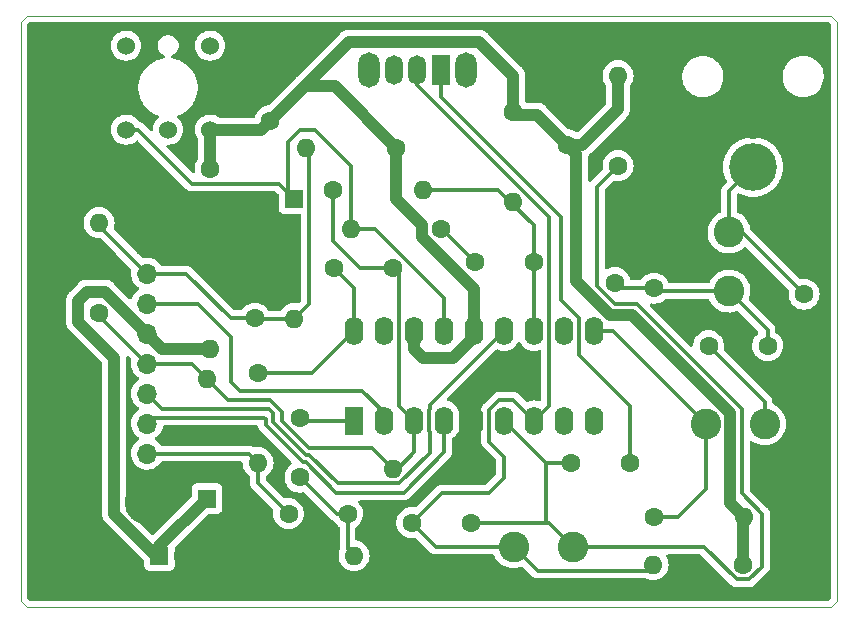
<source format=gbr>
%TF.GenerationSoftware,KiCad,Pcbnew,6.0.11-2627ca5db0~126~ubuntu22.04.1*%
%TF.CreationDate,2023-04-08T21:15:58-04:00*%
%TF.ProjectId,sub_rf_mod,7375625f-7266-45f6-9d6f-642e6b696361,rev?*%
%TF.SameCoordinates,Original*%
%TF.FileFunction,Copper,L2,Bot*%
%TF.FilePolarity,Positive*%
%FSLAX46Y46*%
G04 Gerber Fmt 4.6, Leading zero omitted, Abs format (unit mm)*
G04 Created by KiCad (PCBNEW 6.0.11-2627ca5db0~126~ubuntu22.04.1) date 2023-04-08 21:15:58*
%MOMM*%
%LPD*%
G01*
G04 APERTURE LIST*
%TA.AperFunction,Profile*%
%ADD10C,0.100000*%
%TD*%
%TA.AperFunction,ComponentPad*%
%ADD11C,1.600000*%
%TD*%
%TA.AperFunction,ComponentPad*%
%ADD12O,1.600000X1.600000*%
%TD*%
%TA.AperFunction,ComponentPad*%
%ADD13R,1.600000X1.600000*%
%TD*%
%TA.AperFunction,ComponentPad*%
%ADD14C,2.600000*%
%TD*%
%TA.AperFunction,ComponentPad*%
%ADD15R,1.600000X2.400000*%
%TD*%
%TA.AperFunction,ComponentPad*%
%ADD16O,1.600000X2.400000*%
%TD*%
%TA.AperFunction,ComponentPad*%
%ADD17C,3.800000*%
%TD*%
%TA.AperFunction,ComponentPad*%
%ADD18C,1.524000*%
%TD*%
%TA.AperFunction,ComponentPad*%
%ADD19C,3.000000*%
%TD*%
%TA.AperFunction,ComponentPad*%
%ADD20R,1.700000X1.700000*%
%TD*%
%TA.AperFunction,ComponentPad*%
%ADD21O,1.700000X1.700000*%
%TD*%
%TA.AperFunction,ComponentPad*%
%ADD22C,4.227000*%
%TD*%
%TA.AperFunction,ComponentPad*%
%ADD23C,4.039000*%
%TD*%
%TA.AperFunction,ComponentPad*%
%ADD24O,1.800000X3.000000*%
%TD*%
%TA.AperFunction,ComponentPad*%
%ADD25R,1.500000X2.500000*%
%TD*%
%TA.AperFunction,ComponentPad*%
%ADD26O,1.500000X2.500000*%
%TD*%
%TA.AperFunction,Conductor*%
%ADD27C,0.304800*%
%TD*%
%TA.AperFunction,Conductor*%
%ADD28C,1.016000*%
%TD*%
G04 APERTURE END LIST*
D10*
X110744000Y-71374000D02*
X178816000Y-71374000D01*
X110744000Y-71374000D02*
X110236000Y-71882000D01*
X179324000Y-120904000D02*
X179324000Y-71882000D01*
X178816000Y-71374000D02*
X179324000Y-71882000D01*
X110236000Y-120904000D02*
X110744000Y-121412000D01*
X110236000Y-120904000D02*
X110236000Y-71882000D01*
X178816000Y-121412000D02*
X179324000Y-120904000D01*
X110744000Y-121412000D02*
X178816000Y-121412000D01*
D11*
%TO.P,RF_C10,1*%
%TO.N,N/C*%
X168442000Y-99314000D03*
%TO.P,RF_C10,2*%
X173442000Y-99314000D03*
%TD*%
%TO.P,RF_JP1,1,A*%
%TO.N,N/C*%
X126238000Y-84328000D03*
D12*
%TO.P,RF_JP1,2,B*%
X126238000Y-99568000D03*
%TD*%
D11*
%TO.P,RF_C6,1*%
%TO.N,N/C*%
X143296000Y-114300000D03*
%TO.P,RF_C6,2*%
X148296000Y-114300000D03*
%TD*%
%TO.P,RF_C5,1*%
%TO.N,N/C*%
X136692000Y-92710000D03*
%TO.P,RF_C5,2*%
X141692000Y-92710000D03*
%TD*%
%TO.P,RF_R11,1*%
%TO.N,N/C*%
X136652000Y-86106000D03*
D12*
%TO.P,RF_R11,2*%
X144272000Y-86106000D03*
%TD*%
D11*
%TO.P,RF_C12,1*%
%TO.N,N/C*%
X161798000Y-109220000D03*
%TO.P,RF_C12,2*%
X156798000Y-109220000D03*
%TD*%
%TO.P,RF_R6,1*%
%TO.N,N/C*%
X160782000Y-84074000D03*
D12*
%TO.P,RF_R6,2*%
X160782000Y-76454000D03*
%TD*%
D11*
%TO.P,RF_C2,1*%
%TO.N,N/C*%
X130048000Y-91988000D03*
%TO.P,RF_C2,2*%
X130048000Y-96988000D03*
%TD*%
D13*
%TO.P,RF_C13,1*%
%TO.N,N/C*%
X121951328Y-117094000D03*
D11*
%TO.P,RF_C13,2*%
X123951328Y-117094000D03*
%TD*%
%TO.P,RF_R3,1*%
%TO.N,N/C*%
X130810000Y-117094000D03*
D12*
%TO.P,RF_R3,2*%
X138430000Y-117094000D03*
%TD*%
D14*
%TO.P,RF_L3,1,1*%
%TO.N,N/C*%
X151932000Y-116332000D03*
%TO.P,RF_L3,2,2*%
X156932000Y-116332000D03*
%TD*%
D11*
%TO.P,RF_C11,1*%
%TO.N,N/C*%
X176530000Y-94956000D03*
%TO.P,RF_C11,2*%
X176530000Y-89956000D03*
%TD*%
D13*
%TO.P,RF_D1,1,K*%
%TO.N,N/C*%
X125984000Y-112268000D03*
D12*
%TO.P,RF_D1,2,A*%
X125984000Y-102108000D03*
%TD*%
D13*
%TO.P,RF_D2,1,K*%
%TO.N,N/C*%
X133350000Y-86868000D03*
D12*
%TO.P,RF_D2,2,A*%
X133350000Y-97028000D03*
%TD*%
D11*
%TO.P,RF_C1,1*%
%TO.N,N/C*%
X131318000Y-80264000D03*
%TO.P,RF_C1,2*%
X131318000Y-75264000D03*
%TD*%
%TO.P,RF_R2,1*%
%TO.N,N/C*%
X130302000Y-101600000D03*
D12*
%TO.P,RF_R2,2*%
X130302000Y-109220000D03*
%TD*%
D15*
%TO.P,RF_U1,1,CHROMA_LEAD*%
%TO.N,N/C*%
X138430000Y-105664000D03*
D16*
%TO.P,RF_U1,2,R-Y*%
X140970000Y-105664000D03*
%TO.P,RF_U1,3,CHROMA_BIAS*%
X143510000Y-105664000D03*
%TO.P,RF_U1,4,B-Y*%
X146050000Y-105664000D03*
%TO.P,RF_U1,5,GND*%
X148590000Y-105664000D03*
%TO.P,RF_U1,6,CHB_TANK1*%
X151130000Y-105664000D03*
%TO.P,RF_U1,7,CHB_TANK2*%
X153670000Y-105664000D03*
%TO.P,RF_U1,8,CHA_TANK1*%
X156210000Y-105664000D03*
%TO.P,RF_U1,9,CHA_TANK2*%
X158750000Y-105664000D03*
%TO.P,RF_U1,10,CHB_OUTPUT*%
X158750000Y-98044000D03*
%TO.P,RF_U1,11,CHA_OUTPUT*%
X156210000Y-98044000D03*
%TO.P,RF_U1,12,VIDEO_IN*%
X153670000Y-98044000D03*
%TO.P,RF_U1,13,CHROMA_SUBCAR*%
X151130000Y-98044000D03*
%TO.P,RF_U1,14,RF_SUPPLY*%
X148590000Y-98044000D03*
%TO.P,RF_U1,15,SOUND_TANK*%
X146050000Y-98044000D03*
%TO.P,RF_U1,16,CHROMA_SUPPLY*%
X143510000Y-98044000D03*
%TO.P,RF_U1,17,CHROMA_OSC*%
X140970000Y-98044000D03*
%TO.P,RF_U1,18,CHROMA_LAG*%
X138430000Y-98044000D03*
%TD*%
D11*
%TO.P,RF_C7,1*%
%TO.N,N/C*%
X148630000Y-92202000D03*
%TO.P,RF_C7,2*%
X153630000Y-92202000D03*
%TD*%
D17*
%TO.P,H17,1,1*%
%TO.N,N/C*%
X120904000Y-86614000D03*
%TD*%
D18*
%TO.P,RF_VL1,1,1*%
%TO.N,N/C*%
X119126000Y-81026000D03*
%TO.P,RF_VL1,2,2*%
X122682000Y-81026000D03*
%TO.P,RF_VL1,3,3*%
X126238000Y-81026000D03*
%TO.P,RF_VL1,4,4*%
X126238000Y-73914000D03*
%TO.P,RF_VL1,6,6*%
X119126000Y-73914000D03*
D19*
%TO.P,RF_VL1,S,S*%
X117602000Y-77470000D03*
X127762000Y-77470000D03*
%TD*%
D11*
%TO.P,RF_C4,1*%
%TO.N,N/C*%
X137882000Y-113538000D03*
%TO.P,RF_C4,2*%
X132882000Y-113538000D03*
%TD*%
%TO.P,RF_R5,1*%
%TO.N,N/C*%
X171374000Y-117856000D03*
D12*
%TO.P,RF_R5,2*%
X163754000Y-117856000D03*
%TD*%
D20*
%TO.P,J4B1,1,Pin_1*%
%TO.N,N/C*%
X120904000Y-90678000D03*
D21*
%TO.P,J4B1,2,Pin_2*%
X120904000Y-93218000D03*
%TO.P,J4B1,3,Pin_3*%
X120904000Y-95758000D03*
%TO.P,J4B1,4,Pin_4*%
X120904000Y-98298000D03*
%TO.P,J4B1,5,Pin_5*%
X120904000Y-100838000D03*
%TO.P,J4B1,6,Pin_6*%
X120904000Y-103378000D03*
%TO.P,J4B1,7,Pin_7*%
X120904000Y-105918000D03*
%TO.P,J4B1,8,Pin_8*%
X120904000Y-108458000D03*
%TD*%
D11*
%TO.P,RF_R7,1*%
%TO.N,N/C*%
X160528000Y-93980000D03*
D12*
%TO.P,RF_R7,2*%
X160528000Y-86360000D03*
%TD*%
D11*
%TO.P,RF_R8,1*%
%TO.N,N/C*%
X163830000Y-113792000D03*
D12*
%TO.P,RF_R8,2*%
X171450000Y-113792000D03*
%TD*%
D22*
%TO.P,RF_J1,S*%
%TO.N,N/C*%
X172212000Y-79690500D03*
D23*
%TO.P,RF_J1,T*%
X172212000Y-84190500D03*
%TD*%
D11*
%TO.P,RF_C8,1*%
%TO.N,N/C*%
X156464000Y-82296000D03*
%TO.P,RF_C8,2*%
X156464000Y-77296000D03*
%TD*%
%TO.P,RF_C9,1*%
%TO.N,N/C*%
X163830000Y-94448000D03*
%TO.P,RF_C9,2*%
X163830000Y-89448000D03*
%TD*%
D17*
%TO.P,H16,1,1*%
%TO.N,N/C*%
X120904000Y-112522000D03*
%TD*%
D11*
%TO.P,RF_R4,1*%
%TO.N,N/C*%
X149352000Y-109728000D03*
D12*
%TO.P,RF_R4,2*%
X141732000Y-109728000D03*
%TD*%
D11*
%TO.P,RF_R1,1*%
%TO.N,N/C*%
X116840000Y-96520000D03*
D12*
%TO.P,RF_R1,2*%
X116840000Y-88900000D03*
%TD*%
D11*
%TO.P,RF_R9,1*%
%TO.N,N/C*%
X151892000Y-79502000D03*
D12*
%TO.P,RF_R9,2*%
X151892000Y-87122000D03*
%TD*%
D24*
%TO.P,RF_SW1,*%
%TO.N,*%
X139696000Y-75946000D03*
X147896000Y-75946000D03*
D25*
%TO.P,RF_SW1,1,A*%
%TO.N,N/C*%
X145796000Y-75946000D03*
D26*
%TO.P,RF_SW1,2,B*%
X143796000Y-75946000D03*
%TO.P,RF_SW1,3,C*%
X141796000Y-75946000D03*
%TD*%
D11*
%TO.P,RF_R10,1*%
%TO.N,N/C*%
X141986000Y-82550000D03*
D12*
%TO.P,RF_R10,2*%
X134366000Y-82550000D03*
%TD*%
D14*
%TO.P,RF_L1,1,1*%
%TO.N,N/C*%
X170180000Y-94702000D03*
%TO.P,RF_L1,2,2*%
X170180000Y-89702000D03*
%TD*%
D11*
%TO.P,RF_C3,1*%
%TO.N,N/C*%
X133858000Y-105450000D03*
%TO.P,RF_C3,2*%
X133858000Y-110450000D03*
%TD*%
%TO.P,RF_R12,1*%
%TO.N,N/C*%
X145796000Y-89408000D03*
D12*
%TO.P,RF_R12,2*%
X138176000Y-89408000D03*
%TD*%
D14*
%TO.P,RF_L2,1,1*%
%TO.N,N/C*%
X168188000Y-105918000D03*
%TO.P,RF_L2,2,2*%
X173188000Y-105918000D03*
%TD*%
D27*
%TO.N,*%
X168188000Y-105918000D02*
X168188000Y-111466000D01*
X160314000Y-98044000D02*
X158750000Y-98044000D01*
X168188000Y-111466000D02*
X165862000Y-113792000D01*
X165862000Y-113792000D02*
X163830000Y-113792000D01*
X168188000Y-105918000D02*
X160314000Y-98044000D01*
X140208000Y-89408000D02*
X146050000Y-95250000D01*
X138176000Y-84074000D02*
X138176000Y-89408000D01*
X120142000Y-81026000D02*
X119126000Y-81026000D01*
X132080000Y-85598000D02*
X124714000Y-85598000D01*
X133350000Y-86868000D02*
X132842000Y-86360000D01*
X132842000Y-86360000D02*
X132842000Y-82042000D01*
X133858000Y-81026000D02*
X135128000Y-81026000D01*
X132842000Y-82042000D02*
X133858000Y-81026000D01*
X135128000Y-81026000D02*
X138176000Y-84074000D01*
X146050000Y-95250000D02*
X146050000Y-98044000D01*
X138176000Y-89408000D02*
X140208000Y-89408000D01*
X133350000Y-86868000D02*
X132080000Y-85598000D01*
X124714000Y-85598000D02*
X120142000Y-81026000D01*
X161798000Y-104394000D02*
X157480000Y-100076000D01*
X155956000Y-95418688D02*
X155956000Y-88392000D01*
X157480000Y-100076000D02*
X157480000Y-96942688D01*
X157480000Y-96942688D02*
X155956000Y-95418688D01*
X161798000Y-109220000D02*
X161798000Y-104394000D01*
X145796000Y-78232000D02*
X145796000Y-75660000D01*
X155956000Y-88392000D02*
X145796000Y-78232000D01*
X171276000Y-89702000D02*
X170180000Y-89702000D01*
X176530000Y-94956000D02*
X171276000Y-89702000D01*
X170180000Y-86222500D02*
X172212000Y-84190500D01*
X170180000Y-89702000D02*
X170180000Y-86222500D01*
X173188000Y-104060000D02*
X168442000Y-99314000D01*
X173188000Y-105918000D02*
X173188000Y-104060000D01*
X163830000Y-94448000D02*
X160996000Y-94448000D01*
X160996000Y-94448000D02*
X160528000Y-93980000D01*
X170180000Y-94702000D02*
X164084000Y-94702000D01*
X173442000Y-97964000D02*
X170180000Y-94702000D01*
X173442000Y-99314000D02*
X173442000Y-97964000D01*
X160742000Y-94448000D02*
X160528000Y-94234000D01*
X164084000Y-94702000D02*
X163830000Y-94448000D01*
X153670000Y-98044000D02*
X153670000Y-92242000D01*
X144272000Y-86106000D02*
X150622000Y-86106000D01*
X153630000Y-92202000D02*
X153630000Y-89114000D01*
X153630000Y-89114000D02*
X151892000Y-87376000D01*
X153670000Y-92242000D02*
X153630000Y-92202000D01*
X150622000Y-86106000D02*
X151892000Y-87376000D01*
X148630000Y-92202000D02*
X145836000Y-89408000D01*
X145836000Y-89408000D02*
X145796000Y-89408000D01*
X172974000Y-118033950D02*
X172974000Y-113538000D01*
X162380244Y-95758000D02*
X160528000Y-95758000D01*
X170853250Y-119113200D02*
X171894750Y-119113200D01*
X171894750Y-119113200D02*
X172974000Y-118033950D01*
X160528000Y-95758000D02*
X159004000Y-94234000D01*
X156932000Y-116332000D02*
X168072050Y-116332000D01*
X154686000Y-109220000D02*
X154686000Y-114173000D01*
X172974000Y-113538000D02*
X171265501Y-111829501D01*
X156932000Y-116332000D02*
X154900000Y-114300000D01*
X154900000Y-114300000D02*
X148296000Y-114300000D01*
X159004000Y-94234000D02*
X159004000Y-85852000D01*
X171265501Y-111829501D02*
X171265501Y-104643256D01*
X154686000Y-114173000D02*
X154559000Y-114300000D01*
X168072050Y-116332000D02*
X170853250Y-119113200D01*
X159004000Y-85852000D02*
X160782000Y-84074000D01*
X171265501Y-104643256D02*
X162380244Y-95758000D01*
X154559000Y-114300000D02*
X148296000Y-114300000D01*
X156798000Y-109220000D02*
X154686000Y-109220000D01*
X151130000Y-105664000D02*
X154686000Y-109220000D01*
X154940000Y-104394000D02*
X154940000Y-88392000D01*
X151130000Y-110490000D02*
X151130000Y-108712000D01*
X153964000Y-118364000D02*
X151932000Y-116332000D01*
X163246000Y-118364000D02*
X153964000Y-118364000D01*
X143796000Y-77248000D02*
X143796000Y-75660000D01*
X145328000Y-116332000D02*
X151932000Y-116332000D01*
X149860000Y-111760000D02*
X151130000Y-110490000D01*
X154940000Y-88392000D02*
X143796000Y-77248000D01*
X150730051Y-103886000D02*
X151892000Y-103886000D01*
X151892000Y-103886000D02*
X153670000Y-105664000D01*
X153670000Y-105664000D02*
X154940000Y-104394000D01*
X143296000Y-114300000D02*
X145836000Y-111760000D01*
X143296000Y-114300000D02*
X145328000Y-116332000D01*
X149872800Y-104743251D02*
X150730051Y-103886000D01*
X149872800Y-107454800D02*
X149872800Y-104743251D01*
X151130000Y-108712000D02*
X149872800Y-107454800D01*
X163754000Y-117856000D02*
X163246000Y-118364000D01*
X145836000Y-111760000D02*
X149860000Y-111760000D01*
X138430000Y-98044000D02*
X138430000Y-94448000D01*
X138430000Y-94448000D02*
X136692000Y-92710000D01*
X130302000Y-101600000D02*
X134874000Y-101600000D01*
X134874000Y-101600000D02*
X138430000Y-98044000D01*
X136946000Y-113538000D02*
X133858000Y-110450000D01*
X137882000Y-113538000D02*
X137882000Y-116546000D01*
X137882000Y-113538000D02*
X136946000Y-113538000D01*
X137882000Y-116546000D02*
X138430000Y-117094000D01*
X134072000Y-105664000D02*
X133858000Y-105450000D01*
X138430000Y-105664000D02*
X134072000Y-105664000D01*
D28*
X137989692Y-73592308D02*
X134239000Y-77343000D01*
X157734000Y-82296000D02*
X160782000Y-79248000D01*
X156464000Y-82296000D02*
X153924000Y-79756000D01*
X161980652Y-96722701D02*
X160125905Y-96722701D01*
X148590000Y-98552000D02*
X146812000Y-100330000D01*
X160782000Y-79248000D02*
X160782000Y-76810000D01*
X136779000Y-77343000D02*
X141986000Y-82550000D01*
X153924000Y-79756000D02*
X151892000Y-79756000D01*
X134239000Y-77343000D02*
X136779000Y-77343000D01*
X144272000Y-100330000D02*
X143510000Y-99568000D01*
X151892000Y-79756000D02*
X151892000Y-76480497D01*
X171374000Y-117856000D02*
X171374000Y-113868000D01*
X148590000Y-98044000D02*
X148590000Y-98552000D01*
X126238000Y-81026000D02*
X130556000Y-81026000D01*
X126238000Y-84328000D02*
X126238000Y-81026000D01*
X146812000Y-100330000D02*
X144272000Y-100330000D01*
X151892000Y-76480497D02*
X149003811Y-73592308D01*
X141986000Y-82550000D02*
X141986000Y-86868000D01*
X156464000Y-82296000D02*
X157734000Y-82296000D01*
X148590000Y-94488000D02*
X148590000Y-98044000D01*
X171374000Y-113868000D02*
X171450000Y-113792000D01*
X171450000Y-113792000D02*
X170300800Y-112642800D01*
X157263999Y-93860795D02*
X157263999Y-83095999D01*
X170300800Y-112642800D02*
X170300800Y-105042849D01*
X144183200Y-90081200D02*
X148590000Y-94488000D01*
X134239000Y-77343000D02*
X131318000Y-80264000D01*
X141986000Y-86868000D02*
X144183200Y-89065200D01*
X130556000Y-81026000D02*
X131318000Y-80264000D01*
X170300800Y-105042849D02*
X161980652Y-96722701D01*
X144183200Y-89065200D02*
X144183200Y-90081200D01*
X149003811Y-73592308D02*
X137989692Y-73592308D01*
X160125905Y-96722701D02*
X157263999Y-93860795D01*
X157263999Y-83095999D02*
X156464000Y-82296000D01*
X143510000Y-99568000D02*
X143510000Y-98044000D01*
D27*
X151130000Y-98044000D02*
X144843600Y-104330400D01*
X144843600Y-104330400D02*
X144843600Y-104692451D01*
X122174000Y-104648000D02*
X120904000Y-103378000D01*
X144843600Y-104692451D02*
X144792800Y-104743251D01*
X144792800Y-106584749D02*
X144843600Y-106635549D01*
X131572000Y-105003101D02*
X131216899Y-104648000D01*
X134631047Y-108583699D02*
X134337097Y-108583699D01*
X131216899Y-104648000D02*
X122174000Y-104648000D01*
X144843600Y-108394400D02*
X142252800Y-110985200D01*
X144792800Y-104743251D02*
X144792800Y-106584749D01*
X142252800Y-110985200D02*
X137032548Y-110985200D01*
X144843600Y-106635549D02*
X144843600Y-108394400D01*
X134337097Y-108583699D02*
X131572000Y-105818602D01*
X137032548Y-110985200D02*
X134631047Y-108583699D01*
X131572000Y-105818602D02*
X131572000Y-105003101D01*
X124206000Y-93218000D02*
X120904000Y-93218000D01*
X134366000Y-82550000D02*
X134620000Y-82804000D01*
X134620000Y-95758000D02*
X133350000Y-97028000D01*
X134620000Y-82804000D02*
X134620000Y-95758000D01*
X116840000Y-88900000D02*
X116840000Y-89154000D01*
X130088000Y-97028000D02*
X130048000Y-96988000D01*
X130048000Y-96988000D02*
X127976000Y-96988000D01*
X127976000Y-96988000D02*
X124206000Y-93218000D01*
X133350000Y-97028000D02*
X130088000Y-97028000D01*
X116840000Y-89154000D02*
X120904000Y-93218000D01*
X142113000Y-109728000D02*
X143510000Y-108331000D01*
X124714000Y-100838000D02*
X125984000Y-102108000D01*
X120904000Y-100838000D02*
X124714000Y-100838000D01*
X134604648Y-107974598D02*
X132334000Y-105703950D01*
X143510000Y-105664000D02*
X142240000Y-104394000D01*
X132334000Y-105703950D02*
X132334000Y-104902000D01*
X141692000Y-92710000D02*
X138938000Y-92710000D01*
X138938000Y-92710000D02*
X136652000Y-90424000D01*
X116840000Y-96774000D02*
X116840000Y-96520000D01*
X141732000Y-109728000D02*
X139978598Y-107974598D01*
X131318000Y-103886000D02*
X127762000Y-103886000D01*
X142240000Y-93258000D02*
X141692000Y-92710000D01*
X136652000Y-90424000D02*
X136652000Y-86106000D01*
X142240000Y-104394000D02*
X142240000Y-93258000D01*
X132334000Y-104902000D02*
X131318000Y-103886000D01*
X120904000Y-100838000D02*
X116840000Y-96774000D01*
X139978598Y-107974598D02*
X134604648Y-107974598D01*
X127762000Y-103886000D02*
X125984000Y-102108000D01*
X143510000Y-108331000D02*
X143510000Y-105664000D01*
X141732000Y-109728000D02*
X142113000Y-109728000D01*
X130302000Y-110958000D02*
X132882000Y-113538000D01*
X129540000Y-108458000D02*
X130302000Y-109220000D01*
X120904000Y-108458000D02*
X129540000Y-108458000D01*
X130302000Y-109220000D02*
X130302000Y-110958000D01*
X142621000Y-111760000D02*
X146050000Y-108331000D01*
X130962899Y-105562899D02*
X130962899Y-106070900D01*
X130962899Y-106070900D02*
X134084800Y-109192800D01*
X136945950Y-111760000D02*
X142621000Y-111760000D01*
X130810000Y-105410000D02*
X130962899Y-105562899D01*
X120904000Y-105918000D02*
X121412000Y-105410000D01*
X146050000Y-108331000D02*
X146050000Y-105664000D01*
X121412000Y-105410000D02*
X130810000Y-105410000D01*
X134084800Y-109192800D02*
X134378750Y-109192800D01*
X134378750Y-109192800D02*
X136945950Y-111760000D01*
X128016000Y-98552000D02*
X125222000Y-95758000D01*
X140970000Y-104959200D02*
X139134800Y-103124000D01*
X128778000Y-103124000D02*
X128016000Y-102362000D01*
X139134800Y-103124000D02*
X128778000Y-103124000D01*
X128016000Y-102362000D02*
X128016000Y-98552000D01*
X125222000Y-95758000D02*
X120904000Y-95758000D01*
X140970000Y-105664000D02*
X140970000Y-104959200D01*
D28*
X122174000Y-99568000D02*
X120904000Y-98298000D01*
X115062000Y-95504000D02*
X115062000Y-97282000D01*
X125984000Y-112268000D02*
X121951328Y-116300672D01*
X121951328Y-116300672D02*
X121951328Y-117094000D01*
X115824000Y-94742000D02*
X115062000Y-95504000D01*
X120904000Y-98298000D02*
X117348000Y-94742000D01*
X115062000Y-97282000D02*
X118110000Y-100330000D01*
X118110000Y-100330000D02*
X118110000Y-113564479D01*
X121951328Y-117094000D02*
X121639521Y-117094000D01*
X117348000Y-94742000D02*
X115824000Y-94742000D01*
X126238000Y-99568000D02*
X122174000Y-99568000D01*
X121639521Y-117094000D02*
X118110000Y-113564479D01*
X172212000Y-79690500D02*
X173924500Y-79690500D01*
%TD*%
%TA.AperFunction,NonConductor*%
G36*
X178621303Y-71902502D02*
G01*
X178642278Y-71919405D01*
X178778596Y-72055724D01*
X178812621Y-72118036D01*
X178815500Y-72144819D01*
X178815500Y-120641181D01*
X178795498Y-120709302D01*
X178778596Y-120730276D01*
X178642278Y-120866595D01*
X178579966Y-120900620D01*
X178553182Y-120903500D01*
X111006819Y-120903500D01*
X110938698Y-120883498D01*
X110917724Y-120866596D01*
X110781405Y-120730278D01*
X110747380Y-120667966D01*
X110744500Y-120641182D01*
X110744500Y-95500435D01*
X114040588Y-95500435D01*
X114044941Y-95546485D01*
X114045500Y-95558343D01*
X114045500Y-97219724D01*
X114044763Y-97233332D01*
X114041714Y-97261402D01*
X114040638Y-97271304D01*
X114043575Y-97304870D01*
X114045046Y-97321690D01*
X114045375Y-97326518D01*
X114045500Y-97329073D01*
X114045500Y-97332157D01*
X114045801Y-97335224D01*
X114049722Y-97375219D01*
X114049844Y-97376532D01*
X114058012Y-97469892D01*
X114059511Y-97475052D01*
X114060035Y-97480394D01*
X114075010Y-97529992D01*
X114087098Y-97570031D01*
X114087455Y-97571236D01*
X114113628Y-97661322D01*
X114116100Y-97666090D01*
X114117652Y-97671232D01*
X114120547Y-97676677D01*
X114120550Y-97676684D01*
X114161633Y-97753950D01*
X114162213Y-97755054D01*
X114205366Y-97838304D01*
X114208718Y-97842503D01*
X114211239Y-97847244D01*
X114215131Y-97852016D01*
X114270438Y-97919829D01*
X114271266Y-97920855D01*
X114297962Y-97954296D01*
X114302768Y-97960316D01*
X114305263Y-97962811D01*
X114305973Y-97963605D01*
X114309693Y-97967960D01*
X114333337Y-97996951D01*
X114333340Y-97996954D01*
X114337232Y-98001726D01*
X114341980Y-98005654D01*
X114341981Y-98005655D01*
X114372873Y-98031211D01*
X114381652Y-98039200D01*
X117056595Y-100714143D01*
X117090621Y-100776455D01*
X117093500Y-100803238D01*
X117093500Y-113502203D01*
X117092763Y-113515811D01*
X117089758Y-113543475D01*
X117088638Y-113553783D01*
X117091402Y-113585371D01*
X117093046Y-113604169D01*
X117093375Y-113608997D01*
X117093500Y-113611552D01*
X117093500Y-113614636D01*
X117093801Y-113617703D01*
X117097722Y-113657698D01*
X117097844Y-113659011D01*
X117106012Y-113752371D01*
X117107511Y-113757531D01*
X117108035Y-113762873D01*
X117134933Y-113851962D01*
X117135098Y-113852510D01*
X117135455Y-113853715D01*
X117161628Y-113943801D01*
X117164100Y-113948569D01*
X117165652Y-113953711D01*
X117168547Y-113959156D01*
X117168550Y-113959163D01*
X117209633Y-114036429D01*
X117210213Y-114037533D01*
X117253366Y-114120783D01*
X117256718Y-114124982D01*
X117259239Y-114129723D01*
X117263131Y-114134495D01*
X117318438Y-114202308D01*
X117319266Y-114203334D01*
X117345290Y-114235933D01*
X117350768Y-114242795D01*
X117353263Y-114245290D01*
X117353973Y-114246084D01*
X117357693Y-114250439D01*
X117381337Y-114279430D01*
X117381340Y-114279433D01*
X117385232Y-114284205D01*
X117389980Y-114288133D01*
X117389981Y-114288134D01*
X117420873Y-114313690D01*
X117429652Y-114321679D01*
X120605923Y-117497950D01*
X120639949Y-117560262D01*
X120642828Y-117587045D01*
X120642828Y-117942134D01*
X120649583Y-118004316D01*
X120700713Y-118140705D01*
X120788067Y-118257261D01*
X120904623Y-118344615D01*
X121041012Y-118395745D01*
X121103194Y-118402500D01*
X122799462Y-118402500D01*
X122861644Y-118395745D01*
X122998033Y-118344615D01*
X123114589Y-118257261D01*
X123201943Y-118140705D01*
X123253073Y-118004316D01*
X123259828Y-117942134D01*
X123259828Y-116481910D01*
X123279830Y-116413789D01*
X123296733Y-116392815D01*
X126076143Y-113613405D01*
X126138455Y-113579379D01*
X126165238Y-113576500D01*
X126832134Y-113576500D01*
X126894316Y-113569745D01*
X127030705Y-113518615D01*
X127147261Y-113431261D01*
X127234615Y-113314705D01*
X127285745Y-113178316D01*
X127292500Y-113116134D01*
X127292500Y-111419866D01*
X127285745Y-111357684D01*
X127234615Y-111221295D01*
X127147261Y-111104739D01*
X127030705Y-111017385D01*
X126894316Y-110966255D01*
X126832134Y-110959500D01*
X125135866Y-110959500D01*
X125073684Y-110966255D01*
X124937295Y-111017385D01*
X124820739Y-111104739D01*
X124733385Y-111221295D01*
X124682255Y-111357684D01*
X124675500Y-111419866D01*
X124675500Y-112086761D01*
X124655498Y-112154882D01*
X124638595Y-112175856D01*
X123043050Y-113771402D01*
X121487856Y-115326596D01*
X121425544Y-115360622D01*
X121354729Y-115355557D01*
X121309666Y-115326596D01*
X119163405Y-113180336D01*
X119129380Y-113118024D01*
X119126500Y-113091241D01*
X119126500Y-100392276D01*
X119127237Y-100378668D01*
X119130697Y-100346821D01*
X119130697Y-100346817D01*
X119131362Y-100340696D01*
X119129845Y-100323357D01*
X119128871Y-100312219D01*
X119142858Y-100242614D01*
X119192257Y-100191621D01*
X119261383Y-100175430D01*
X119328289Y-100199181D01*
X119343486Y-100212140D01*
X119545364Y-100414017D01*
X119579389Y-100476329D01*
X119577686Y-100536785D01*
X119566370Y-100577588D01*
X119566369Y-100577596D01*
X119564989Y-100582570D01*
X119564441Y-100587700D01*
X119564440Y-100587704D01*
X119559777Y-100631341D01*
X119541251Y-100804695D01*
X119541548Y-100809848D01*
X119541548Y-100809851D01*
X119553812Y-101022547D01*
X119554110Y-101027715D01*
X119555247Y-101032761D01*
X119555248Y-101032767D01*
X119570806Y-101101802D01*
X119603222Y-101245639D01*
X119687266Y-101452616D01*
X119721037Y-101507726D01*
X119774228Y-101594525D01*
X119803987Y-101643088D01*
X119950250Y-101811938D01*
X120122126Y-101954632D01*
X120192595Y-101995811D01*
X120195445Y-101997476D01*
X120244169Y-102049114D01*
X120257240Y-102118897D01*
X120230509Y-102184669D01*
X120190055Y-102218027D01*
X120177607Y-102224507D01*
X120173474Y-102227610D01*
X120173471Y-102227612D01*
X120003100Y-102355530D01*
X119998965Y-102358635D01*
X119995393Y-102362373D01*
X119884735Y-102478170D01*
X119844629Y-102520138D01*
X119841715Y-102524410D01*
X119841714Y-102524411D01*
X119819318Y-102557243D01*
X119718743Y-102704680D01*
X119624688Y-102907305D01*
X119564989Y-103122570D01*
X119541251Y-103344695D01*
X119541548Y-103349848D01*
X119541548Y-103349851D01*
X119547011Y-103444590D01*
X119554110Y-103567715D01*
X119555247Y-103572761D01*
X119555248Y-103572767D01*
X119578068Y-103674023D01*
X119603222Y-103785639D01*
X119650144Y-103901195D01*
X119674196Y-103960427D01*
X119687266Y-103992616D01*
X119735380Y-104071131D01*
X119795336Y-104168970D01*
X119803987Y-104183088D01*
X119950250Y-104351938D01*
X120056632Y-104440258D01*
X120103188Y-104478909D01*
X120122126Y-104494632D01*
X120154218Y-104513385D01*
X120195445Y-104537476D01*
X120244169Y-104589114D01*
X120257240Y-104658897D01*
X120230509Y-104724669D01*
X120190055Y-104758027D01*
X120177607Y-104764507D01*
X120173474Y-104767610D01*
X120173471Y-104767612D01*
X120003100Y-104895530D01*
X119998965Y-104898635D01*
X119844629Y-105060138D01*
X119718743Y-105244680D01*
X119624688Y-105447305D01*
X119564989Y-105662570D01*
X119541251Y-105884695D01*
X119541548Y-105889848D01*
X119541548Y-105889851D01*
X119548462Y-106009758D01*
X119554110Y-106107715D01*
X119555247Y-106112761D01*
X119555248Y-106112767D01*
X119562198Y-106143604D01*
X119603222Y-106325639D01*
X119639841Y-106415822D01*
X119681824Y-106519213D01*
X119687266Y-106532616D01*
X119699193Y-106552079D01*
X119799498Y-106715762D01*
X119803987Y-106723088D01*
X119950250Y-106891938D01*
X120122126Y-107034632D01*
X120176321Y-107066301D01*
X120195445Y-107077476D01*
X120244169Y-107129114D01*
X120257240Y-107198897D01*
X120230509Y-107264669D01*
X120190055Y-107298027D01*
X120177607Y-107304507D01*
X120173474Y-107307610D01*
X120173471Y-107307612D01*
X120013746Y-107427537D01*
X119998965Y-107438635D01*
X119995393Y-107442373D01*
X119862771Y-107581154D01*
X119844629Y-107600138D01*
X119718743Y-107784680D01*
X119689117Y-107848505D01*
X119648241Y-107936565D01*
X119624688Y-107987305D01*
X119564989Y-108202570D01*
X119541251Y-108424695D01*
X119541548Y-108429848D01*
X119541548Y-108429851D01*
X119549095Y-108560737D01*
X119554110Y-108647715D01*
X119555247Y-108652761D01*
X119555248Y-108652767D01*
X119561804Y-108681855D01*
X119603222Y-108865639D01*
X119687266Y-109072616D01*
X119689965Y-109077020D01*
X119774228Y-109214525D01*
X119803987Y-109263088D01*
X119950250Y-109431938D01*
X120122126Y-109574632D01*
X120315000Y-109687338D01*
X120523692Y-109767030D01*
X120528760Y-109768061D01*
X120528763Y-109768062D01*
X120630414Y-109788743D01*
X120742597Y-109811567D01*
X120747772Y-109811757D01*
X120747774Y-109811757D01*
X120960673Y-109819564D01*
X120960677Y-109819564D01*
X120965837Y-109819753D01*
X120970957Y-109819097D01*
X120970959Y-109819097D01*
X121182288Y-109792025D01*
X121182289Y-109792025D01*
X121187416Y-109791368D01*
X121196166Y-109788743D01*
X121396429Y-109728661D01*
X121396434Y-109728659D01*
X121401384Y-109727174D01*
X121601994Y-109628896D01*
X121783860Y-109499173D01*
X121942096Y-109341489D01*
X122064336Y-109171373D01*
X122120330Y-109127726D01*
X122166658Y-109118900D01*
X128864199Y-109118900D01*
X128932320Y-109138902D01*
X128978813Y-109192558D01*
X128989720Y-109233919D01*
X129007977Y-109442606D01*
X129007978Y-109442611D01*
X129008457Y-109448087D01*
X129009881Y-109453400D01*
X129009881Y-109453402D01*
X129050690Y-109605700D01*
X129067716Y-109669243D01*
X129070039Y-109674224D01*
X129070039Y-109674225D01*
X129162151Y-109871762D01*
X129162154Y-109871767D01*
X129164477Y-109876749D01*
X129205005Y-109934629D01*
X129251309Y-110000757D01*
X129295802Y-110064300D01*
X129457700Y-110226198D01*
X129462208Y-110229355D01*
X129462211Y-110229357D01*
X129587371Y-110316995D01*
X129631699Y-110372452D01*
X129641100Y-110420208D01*
X129641100Y-110930737D01*
X129640808Y-110939308D01*
X129637158Y-110992843D01*
X129638463Y-111000320D01*
X129638463Y-111000321D01*
X129647368Y-111051343D01*
X129648331Y-111057869D01*
X129653643Y-111101762D01*
X129655463Y-111116805D01*
X129658149Y-111123913D01*
X129659860Y-111130879D01*
X129661279Y-111136068D01*
X129663356Y-111142947D01*
X129664661Y-111150424D01*
X129688529Y-111204795D01*
X129691012Y-111210881D01*
X129712006Y-111266441D01*
X129716309Y-111272702D01*
X129719615Y-111279026D01*
X129722271Y-111283798D01*
X129725906Y-111289944D01*
X129728958Y-111296896D01*
X129754402Y-111330056D01*
X129765102Y-111344001D01*
X129768973Y-111349328D01*
X129802611Y-111398271D01*
X129808287Y-111403328D01*
X129845819Y-111436768D01*
X129851095Y-111441749D01*
X130715386Y-112306039D01*
X131564659Y-113155312D01*
X131598684Y-113217624D01*
X131597271Y-113277018D01*
X131594275Y-113288199D01*
X131588457Y-113309913D01*
X131568502Y-113538000D01*
X131588457Y-113766087D01*
X131589881Y-113771400D01*
X131589881Y-113771402D01*
X131644068Y-113973627D01*
X131647716Y-113987243D01*
X131650039Y-113992224D01*
X131650039Y-113992225D01*
X131742151Y-114189762D01*
X131742154Y-114189767D01*
X131744477Y-114194749D01*
X131807115Y-114284205D01*
X131868644Y-114372077D01*
X131875802Y-114382300D01*
X132037700Y-114544198D01*
X132042208Y-114547355D01*
X132042211Y-114547357D01*
X132056597Y-114557430D01*
X132225251Y-114675523D01*
X132230233Y-114677846D01*
X132230238Y-114677849D01*
X132426516Y-114769374D01*
X132432757Y-114772284D01*
X132438065Y-114773706D01*
X132438067Y-114773707D01*
X132648598Y-114830119D01*
X132648600Y-114830119D01*
X132653913Y-114831543D01*
X132882000Y-114851498D01*
X133110087Y-114831543D01*
X133115400Y-114830119D01*
X133115402Y-114830119D01*
X133325933Y-114773707D01*
X133325935Y-114773706D01*
X133331243Y-114772284D01*
X133337484Y-114769374D01*
X133533762Y-114677849D01*
X133533767Y-114677846D01*
X133538749Y-114675523D01*
X133707403Y-114557430D01*
X133721789Y-114547357D01*
X133721792Y-114547355D01*
X133726300Y-114544198D01*
X133888198Y-114382300D01*
X133895357Y-114372077D01*
X133956885Y-114284205D01*
X134019523Y-114194749D01*
X134021846Y-114189767D01*
X134021849Y-114189762D01*
X134113961Y-113992225D01*
X134113961Y-113992224D01*
X134116284Y-113987243D01*
X134119933Y-113973627D01*
X134174119Y-113771402D01*
X134174119Y-113771400D01*
X134175543Y-113766087D01*
X134195498Y-113538000D01*
X134175543Y-113309913D01*
X134149526Y-113212816D01*
X134117707Y-113094067D01*
X134117706Y-113094065D01*
X134116284Y-113088757D01*
X134104876Y-113064293D01*
X134021849Y-112886238D01*
X134021846Y-112886233D01*
X134019523Y-112881251D01*
X133888198Y-112693700D01*
X133726300Y-112531802D01*
X133721792Y-112528645D01*
X133721789Y-112528643D01*
X133643611Y-112473902D01*
X133538749Y-112400477D01*
X133533767Y-112398154D01*
X133533762Y-112398151D01*
X133336225Y-112306039D01*
X133336224Y-112306039D01*
X133331243Y-112303716D01*
X133325935Y-112302294D01*
X133325933Y-112302293D01*
X133115402Y-112245881D01*
X133115400Y-112245881D01*
X133110087Y-112244457D01*
X132882000Y-112224502D01*
X132653913Y-112244457D01*
X132648602Y-112245880D01*
X132648591Y-112245882D01*
X132621020Y-112253270D01*
X132550044Y-112251581D01*
X132499313Y-112220659D01*
X130999805Y-110721152D01*
X130965780Y-110658840D01*
X130962900Y-110632057D01*
X130962900Y-110420208D01*
X130982902Y-110352087D01*
X131016629Y-110316995D01*
X131141789Y-110229357D01*
X131141792Y-110229355D01*
X131146300Y-110226198D01*
X131308198Y-110064300D01*
X131352692Y-110000757D01*
X131398995Y-109934629D01*
X131439523Y-109876749D01*
X131441846Y-109871767D01*
X131441849Y-109871762D01*
X131533961Y-109674225D01*
X131533961Y-109674224D01*
X131536284Y-109669243D01*
X131553311Y-109605700D01*
X131594119Y-109453402D01*
X131594119Y-109453400D01*
X131595543Y-109448087D01*
X131615498Y-109220000D01*
X131595543Y-108991913D01*
X131561708Y-108865639D01*
X131537707Y-108776067D01*
X131537706Y-108776065D01*
X131536284Y-108770757D01*
X131494829Y-108681855D01*
X131441849Y-108568238D01*
X131441846Y-108568233D01*
X131439523Y-108563251D01*
X131335368Y-108414502D01*
X131311357Y-108380211D01*
X131311355Y-108380208D01*
X131308198Y-108375700D01*
X131146300Y-108213802D01*
X131141792Y-108210645D01*
X131141789Y-108210643D01*
X131016629Y-108123005D01*
X130958749Y-108082477D01*
X130953767Y-108080154D01*
X130953762Y-108080151D01*
X130756225Y-107988039D01*
X130756224Y-107988039D01*
X130751243Y-107985716D01*
X130745935Y-107984294D01*
X130745933Y-107984293D01*
X130535402Y-107927881D01*
X130535400Y-107927881D01*
X130530087Y-107926457D01*
X130302000Y-107906502D01*
X130073913Y-107926457D01*
X130068595Y-107927882D01*
X130029880Y-107938255D01*
X129958904Y-107936565D01*
X129919523Y-107915701D01*
X129890859Y-107893226D01*
X129884879Y-107888537D01*
X129877953Y-107885410D01*
X129871824Y-107881698D01*
X129867204Y-107879062D01*
X129860822Y-107875640D01*
X129854603Y-107871269D01*
X129799286Y-107849701D01*
X129793207Y-107847146D01*
X129790966Y-107846134D01*
X129739088Y-107822711D01*
X129731612Y-107821325D01*
X129724734Y-107819170D01*
X129719609Y-107817710D01*
X129712645Y-107815922D01*
X129705566Y-107813162D01*
X129698034Y-107812170D01*
X129698032Y-107812170D01*
X129672804Y-107808849D01*
X129646700Y-107805413D01*
X129640202Y-107804384D01*
X129581803Y-107793560D01*
X129574223Y-107793997D01*
X129574222Y-107793997D01*
X129524033Y-107796891D01*
X129516780Y-107797100D01*
X122163079Y-107797100D01*
X122094958Y-107777098D01*
X122057287Y-107739540D01*
X121986822Y-107630617D01*
X121986820Y-107630614D01*
X121984014Y-107626277D01*
X121833670Y-107461051D01*
X121829619Y-107457852D01*
X121829615Y-107457848D01*
X121662414Y-107325800D01*
X121662410Y-107325798D01*
X121658359Y-107322598D01*
X121617053Y-107299796D01*
X121567084Y-107249364D01*
X121552312Y-107179921D01*
X121577428Y-107113516D01*
X121604780Y-107086909D01*
X121648603Y-107055650D01*
X121783860Y-106959173D01*
X121831001Y-106912197D01*
X121938435Y-106805137D01*
X121942096Y-106801489D01*
X122001594Y-106718689D01*
X122069435Y-106624277D01*
X122072453Y-106620077D01*
X122090103Y-106584366D01*
X122169136Y-106424453D01*
X122169137Y-106424451D01*
X122171430Y-106419811D01*
X122223336Y-106248968D01*
X122234865Y-106211023D01*
X122234865Y-106211021D01*
X122236370Y-106206069D01*
X122239743Y-106180451D01*
X122268467Y-106115524D01*
X122327733Y-106076434D01*
X122364665Y-106070900D01*
X130185473Y-106070900D01*
X130253594Y-106090902D01*
X130300087Y-106144558D01*
X130310561Y-106181764D01*
X130316362Y-106229705D01*
X130319049Y-106236816D01*
X130320766Y-106243805D01*
X130322178Y-106248968D01*
X130324255Y-106255847D01*
X130325560Y-106263324D01*
X130328612Y-106270276D01*
X130328612Y-106270277D01*
X130349421Y-106317680D01*
X130351912Y-106323784D01*
X130372905Y-106379341D01*
X130377205Y-106385598D01*
X130380539Y-106391975D01*
X130383139Y-106396645D01*
X130386804Y-106402842D01*
X130389857Y-106409797D01*
X130394479Y-106415821D01*
X130394480Y-106415822D01*
X130426005Y-106456905D01*
X130429883Y-106462243D01*
X130463510Y-106511171D01*
X130469180Y-106516223D01*
X130469181Y-106516224D01*
X130506718Y-106549668D01*
X130511994Y-106554649D01*
X132547634Y-108590287D01*
X133135403Y-109178056D01*
X133169428Y-109240368D01*
X133164364Y-109311183D01*
X133118579Y-109370364D01*
X133018211Y-109440643D01*
X133018208Y-109440645D01*
X133013700Y-109443802D01*
X132851802Y-109605700D01*
X132848645Y-109610208D01*
X132848643Y-109610211D01*
X132803820Y-109674225D01*
X132720477Y-109793251D01*
X132718154Y-109798233D01*
X132718151Y-109798238D01*
X132647101Y-109950607D01*
X132623716Y-110000757D01*
X132622294Y-110006065D01*
X132622293Y-110006067D01*
X132605645Y-110068197D01*
X132564457Y-110221913D01*
X132544502Y-110450000D01*
X132564457Y-110678087D01*
X132565881Y-110683400D01*
X132565881Y-110683402D01*
X132606470Y-110834879D01*
X132623716Y-110899243D01*
X132626039Y-110904224D01*
X132626039Y-110904225D01*
X132718151Y-111101762D01*
X132718154Y-111101767D01*
X132720477Y-111106749D01*
X132771936Y-111180240D01*
X132832184Y-111266282D01*
X132851802Y-111294300D01*
X133013700Y-111456198D01*
X133018208Y-111459355D01*
X133018211Y-111459357D01*
X133081337Y-111503558D01*
X133201251Y-111587523D01*
X133206233Y-111589846D01*
X133206238Y-111589849D01*
X133382439Y-111672012D01*
X133408757Y-111684284D01*
X133414065Y-111685706D01*
X133414067Y-111685707D01*
X133624598Y-111742119D01*
X133624600Y-111742119D01*
X133629913Y-111743543D01*
X133858000Y-111763498D01*
X134086087Y-111743543D01*
X134091398Y-111742120D01*
X134091409Y-111742118D01*
X134118980Y-111734730D01*
X134189956Y-111736419D01*
X134240687Y-111767341D01*
X136459393Y-113986047D01*
X136465246Y-113992312D01*
X136500524Y-114032752D01*
X136506735Y-114037117D01*
X136506738Y-114037120D01*
X136549107Y-114066897D01*
X136554402Y-114070830D01*
X136601121Y-114107462D01*
X136608046Y-114110589D01*
X136614223Y-114114330D01*
X136618802Y-114116942D01*
X136625180Y-114120362D01*
X136631397Y-114124731D01*
X136684648Y-114145492D01*
X136740848Y-114188873D01*
X136744006Y-114193738D01*
X136744477Y-114194749D01*
X136747005Y-114198359D01*
X136747008Y-114198364D01*
X136870260Y-114374385D01*
X136875802Y-114382300D01*
X137037700Y-114544198D01*
X137042208Y-114547355D01*
X137042211Y-114547357D01*
X137167371Y-114634995D01*
X137211699Y-114690452D01*
X137221100Y-114738208D01*
X137221100Y-116518737D01*
X137220808Y-116527309D01*
X137217322Y-116578434D01*
X137205809Y-116623111D01*
X137198041Y-116639770D01*
X137195716Y-116644757D01*
X137136457Y-116865913D01*
X137116502Y-117094000D01*
X137136457Y-117322087D01*
X137137881Y-117327400D01*
X137137881Y-117327402D01*
X137162561Y-117419506D01*
X137195716Y-117543243D01*
X137198039Y-117548224D01*
X137198039Y-117548225D01*
X137290151Y-117745762D01*
X137290154Y-117745767D01*
X137292477Y-117750749D01*
X137423802Y-117938300D01*
X137585700Y-118100198D01*
X137590208Y-118103355D01*
X137590211Y-118103357D01*
X137638798Y-118137378D01*
X137773251Y-118231523D01*
X137778233Y-118233846D01*
X137778238Y-118233849D01*
X137931345Y-118305243D01*
X137980757Y-118328284D01*
X137986065Y-118329706D01*
X137986067Y-118329707D01*
X138196598Y-118386119D01*
X138196600Y-118386119D01*
X138201913Y-118387543D01*
X138430000Y-118407498D01*
X138658087Y-118387543D01*
X138663400Y-118386119D01*
X138663402Y-118386119D01*
X138873933Y-118329707D01*
X138873935Y-118329706D01*
X138879243Y-118328284D01*
X138928655Y-118305243D01*
X139081762Y-118233849D01*
X139081767Y-118233846D01*
X139086749Y-118231523D01*
X139221202Y-118137378D01*
X139269789Y-118103357D01*
X139269792Y-118103355D01*
X139274300Y-118100198D01*
X139436198Y-117938300D01*
X139567523Y-117750749D01*
X139569846Y-117745767D01*
X139569849Y-117745762D01*
X139661961Y-117548225D01*
X139661961Y-117548224D01*
X139664284Y-117543243D01*
X139697440Y-117419506D01*
X139722119Y-117327402D01*
X139722119Y-117327400D01*
X139723543Y-117322087D01*
X139743498Y-117094000D01*
X139723543Y-116865913D01*
X139664284Y-116644757D01*
X139661959Y-116639770D01*
X139569849Y-116442238D01*
X139569846Y-116442233D01*
X139567523Y-116437251D01*
X139463854Y-116289197D01*
X139439357Y-116254211D01*
X139439355Y-116254208D01*
X139436198Y-116249700D01*
X139274300Y-116087802D01*
X139269792Y-116084645D01*
X139269789Y-116084643D01*
X139179947Y-116021735D01*
X139086749Y-115956477D01*
X139081767Y-115954154D01*
X139081762Y-115954151D01*
X138884225Y-115862039D01*
X138884224Y-115862039D01*
X138879243Y-115859716D01*
X138873935Y-115858294D01*
X138873933Y-115858293D01*
X138779094Y-115832881D01*
X138658087Y-115800457D01*
X138652598Y-115799977D01*
X138647194Y-115799024D01*
X138647646Y-115796458D01*
X138591675Y-115774482D01*
X138550108Y-115716926D01*
X138542900Y-115674922D01*
X138542900Y-114738208D01*
X138562902Y-114670087D01*
X138596629Y-114634995D01*
X138721789Y-114547357D01*
X138721792Y-114547355D01*
X138726300Y-114544198D01*
X138888198Y-114382300D01*
X138895357Y-114372077D01*
X138956885Y-114284205D01*
X139019523Y-114194749D01*
X139021846Y-114189767D01*
X139021849Y-114189762D01*
X139113961Y-113992225D01*
X139113961Y-113992224D01*
X139116284Y-113987243D01*
X139119933Y-113973627D01*
X139174119Y-113771402D01*
X139174119Y-113771400D01*
X139175543Y-113766087D01*
X139195498Y-113538000D01*
X139175543Y-113309913D01*
X139149526Y-113212816D01*
X139117707Y-113094067D01*
X139117706Y-113094065D01*
X139116284Y-113088757D01*
X139104876Y-113064293D01*
X139021849Y-112886238D01*
X139021846Y-112886233D01*
X139019523Y-112881251D01*
X138888198Y-112693700D01*
X138830493Y-112635995D01*
X138796467Y-112573683D01*
X138801532Y-112502868D01*
X138844079Y-112446032D01*
X138910599Y-112421221D01*
X138919588Y-112420900D01*
X142593737Y-112420900D01*
X142602308Y-112421192D01*
X142655843Y-112424842D01*
X142663320Y-112423537D01*
X142663321Y-112423537D01*
X142688626Y-112419121D01*
X142714347Y-112414631D01*
X142720865Y-112413670D01*
X142739223Y-112411448D01*
X142772262Y-112407450D01*
X142772264Y-112407450D01*
X142779805Y-112406537D01*
X142786913Y-112403851D01*
X142793879Y-112402140D01*
X142799068Y-112400721D01*
X142805947Y-112398644D01*
X142813424Y-112397339D01*
X142867795Y-112373471D01*
X142873886Y-112370986D01*
X142922336Y-112352679D01*
X142922338Y-112352678D01*
X142929441Y-112349994D01*
X142935702Y-112345691D01*
X142942026Y-112342385D01*
X142946798Y-112339729D01*
X142952944Y-112336094D01*
X142959896Y-112333042D01*
X143007001Y-112296898D01*
X143012334Y-112293023D01*
X143061271Y-112259389D01*
X143099769Y-112216180D01*
X143104749Y-112210905D01*
X146498047Y-108817607D01*
X146504313Y-108811753D01*
X146539025Y-108781472D01*
X146544752Y-108776476D01*
X146578882Y-108727913D01*
X146582814Y-108722618D01*
X146614777Y-108681855D01*
X146619463Y-108675879D01*
X146622589Y-108668955D01*
X146626302Y-108662824D01*
X146628938Y-108658204D01*
X146632360Y-108651822D01*
X146636731Y-108645603D01*
X146658299Y-108590286D01*
X146660854Y-108584207D01*
X146668064Y-108568238D01*
X146685289Y-108530088D01*
X146686675Y-108522612D01*
X146688830Y-108515734D01*
X146690290Y-108510609D01*
X146692078Y-108503645D01*
X146694838Y-108496566D01*
X146702587Y-108437700D01*
X146703618Y-108431189D01*
X146711081Y-108390925D01*
X146714440Y-108372803D01*
X146711109Y-108315032D01*
X146710900Y-108307780D01*
X146710900Y-107264208D01*
X146730902Y-107196087D01*
X146764629Y-107160995D01*
X146889789Y-107073357D01*
X146889792Y-107073355D01*
X146894300Y-107070198D01*
X147056198Y-106908300D01*
X147187523Y-106720749D01*
X147189846Y-106715767D01*
X147189849Y-106715762D01*
X147281961Y-106518225D01*
X147281961Y-106518224D01*
X147284284Y-106513243D01*
X147298680Y-106459519D01*
X147342119Y-106297402D01*
X147342119Y-106297400D01*
X147343543Y-106292087D01*
X147353310Y-106180451D01*
X147358262Y-106123851D01*
X147358262Y-106123844D01*
X147358500Y-106121127D01*
X147358500Y-105206873D01*
X147343543Y-105035913D01*
X147284284Y-104814757D01*
X147242276Y-104724669D01*
X147189849Y-104612238D01*
X147189846Y-104612233D01*
X147187523Y-104607251D01*
X147083797Y-104459115D01*
X147059357Y-104424211D01*
X147059355Y-104424208D01*
X147056198Y-104419700D01*
X146894300Y-104257802D01*
X146889792Y-104254645D01*
X146889789Y-104254643D01*
X146793170Y-104186990D01*
X146706749Y-104126477D01*
X146701767Y-104124154D01*
X146701762Y-104124151D01*
X146504225Y-104032039D01*
X146504224Y-104032039D01*
X146499243Y-104029716D01*
X146378560Y-103997379D01*
X146317938Y-103960427D01*
X146286916Y-103896566D01*
X146295345Y-103826072D01*
X146322077Y-103786577D01*
X150447611Y-99661043D01*
X150509923Y-99627017D01*
X150580738Y-99632082D01*
X150589955Y-99635943D01*
X150675768Y-99675958D01*
X150675772Y-99675959D01*
X150680757Y-99678284D01*
X150749441Y-99696688D01*
X150896598Y-99736119D01*
X150896600Y-99736119D01*
X150901913Y-99737543D01*
X151130000Y-99757498D01*
X151358087Y-99737543D01*
X151363400Y-99736119D01*
X151363402Y-99736119D01*
X151573933Y-99679707D01*
X151573935Y-99679706D01*
X151579243Y-99678284D01*
X151616217Y-99661043D01*
X151781762Y-99583849D01*
X151781767Y-99583846D01*
X151786749Y-99581523D01*
X151891611Y-99508098D01*
X151969789Y-99453357D01*
X151969792Y-99453355D01*
X151974300Y-99450198D01*
X152136198Y-99288300D01*
X152140820Y-99281700D01*
X152264366Y-99105257D01*
X152267523Y-99100749D01*
X152269846Y-99095767D01*
X152269849Y-99095762D01*
X152285805Y-99061543D01*
X152332722Y-99008258D01*
X152400999Y-98988797D01*
X152468959Y-99009339D01*
X152514195Y-99061543D01*
X152530151Y-99095762D01*
X152530154Y-99095767D01*
X152532477Y-99100749D01*
X152535634Y-99105257D01*
X152659181Y-99281700D01*
X152663802Y-99288300D01*
X152825700Y-99450198D01*
X152830208Y-99453355D01*
X152830211Y-99453357D01*
X152908389Y-99508098D01*
X153013251Y-99581523D01*
X153018233Y-99583846D01*
X153018238Y-99583849D01*
X153183783Y-99661043D01*
X153220757Y-99678284D01*
X153226065Y-99679706D01*
X153226067Y-99679707D01*
X153436598Y-99736119D01*
X153436600Y-99736119D01*
X153441913Y-99737543D01*
X153670000Y-99757498D01*
X153898087Y-99737543D01*
X153903400Y-99736119D01*
X153903402Y-99736119D01*
X154119243Y-99678284D01*
X154119842Y-99680520D01*
X154180816Y-99676623D01*
X154242869Y-99711120D01*
X154276420Y-99773688D01*
X154279100Y-99799537D01*
X154279100Y-103908463D01*
X154259098Y-103976584D01*
X154205442Y-104023077D01*
X154135168Y-104033181D01*
X154119378Y-104029214D01*
X154119243Y-104029716D01*
X153903402Y-103971881D01*
X153903400Y-103971881D01*
X153898087Y-103970457D01*
X153670000Y-103950502D01*
X153441913Y-103970457D01*
X153436600Y-103971881D01*
X153436598Y-103971881D01*
X153226067Y-104028293D01*
X153226065Y-104028294D01*
X153220757Y-104029716D01*
X153215775Y-104032039D01*
X153215770Y-104032041D01*
X153129954Y-104072057D01*
X153059763Y-104082718D01*
X152994950Y-104053738D01*
X152987610Y-104046957D01*
X152378614Y-103437961D01*
X152372760Y-103431695D01*
X152346457Y-103401543D01*
X152337476Y-103391248D01*
X152288898Y-103357107D01*
X152283604Y-103353175D01*
X152283352Y-103352977D01*
X152236879Y-103316537D01*
X152229955Y-103313411D01*
X152223824Y-103309698D01*
X152219204Y-103307062D01*
X152212822Y-103303640D01*
X152206603Y-103299269D01*
X152151286Y-103277701D01*
X152145207Y-103275146D01*
X152139393Y-103272521D01*
X152091088Y-103250711D01*
X152083612Y-103249325D01*
X152076734Y-103247170D01*
X152071609Y-103245710D01*
X152064645Y-103243922D01*
X152057566Y-103241162D01*
X152050034Y-103240170D01*
X152050032Y-103240170D01*
X152024804Y-103236849D01*
X151998700Y-103233413D01*
X151992202Y-103232384D01*
X151933803Y-103221560D01*
X151926223Y-103221997D01*
X151926222Y-103221997D01*
X151876033Y-103224891D01*
X151868780Y-103225100D01*
X150757314Y-103225100D01*
X150748743Y-103224808D01*
X150695208Y-103221158D01*
X150687731Y-103222463D01*
X150687730Y-103222463D01*
X150674294Y-103224808D01*
X150636704Y-103231369D01*
X150630186Y-103232330D01*
X150624802Y-103232982D01*
X150578789Y-103238550D01*
X150578787Y-103238550D01*
X150571246Y-103239463D01*
X150564138Y-103242149D01*
X150557172Y-103243860D01*
X150551983Y-103245279D01*
X150545104Y-103247356D01*
X150537627Y-103248661D01*
X150483256Y-103272529D01*
X150477170Y-103275012D01*
X150473219Y-103276505D01*
X150428715Y-103293321D01*
X150428713Y-103293322D01*
X150421610Y-103296006D01*
X150415349Y-103300309D01*
X150409025Y-103303615D01*
X150404253Y-103306271D01*
X150398107Y-103309906D01*
X150391155Y-103312958D01*
X150380384Y-103321223D01*
X150344050Y-103349102D01*
X150338723Y-103352973D01*
X150289780Y-103386611D01*
X150284723Y-103392287D01*
X150251291Y-103429810D01*
X150246311Y-103435086D01*
X149424754Y-104256644D01*
X149418488Y-104262497D01*
X149378048Y-104297775D01*
X149362156Y-104320387D01*
X149343909Y-104346350D01*
X149339977Y-104351644D01*
X149303337Y-104398372D01*
X149300211Y-104405296D01*
X149296498Y-104411427D01*
X149293862Y-104416047D01*
X149290440Y-104422429D01*
X149286069Y-104428648D01*
X149283309Y-104435727D01*
X149264502Y-104483964D01*
X149261946Y-104490043D01*
X149237511Y-104544163D01*
X149236125Y-104551639D01*
X149233970Y-104558517D01*
X149232510Y-104563642D01*
X149230722Y-104570606D01*
X149227962Y-104577685D01*
X149220964Y-104630849D01*
X149220214Y-104636543D01*
X149219184Y-104643049D01*
X149208360Y-104701448D01*
X149208797Y-104709028D01*
X149208797Y-104709029D01*
X149211691Y-104759218D01*
X149211900Y-104766471D01*
X149211900Y-107427537D01*
X149211608Y-107436108D01*
X149207958Y-107489643D01*
X149209263Y-107497120D01*
X149209263Y-107497121D01*
X149218168Y-107548143D01*
X149219130Y-107554665D01*
X149226263Y-107613605D01*
X149228949Y-107620713D01*
X149230660Y-107627679D01*
X149232079Y-107632868D01*
X149234156Y-107639747D01*
X149235461Y-107647224D01*
X149259329Y-107701595D01*
X149261812Y-107707681D01*
X149282806Y-107763241D01*
X149287109Y-107769502D01*
X149290415Y-107775826D01*
X149293071Y-107780598D01*
X149296706Y-107786744D01*
X149299758Y-107793696D01*
X149314695Y-107813162D01*
X149335902Y-107840801D01*
X149339773Y-107846128D01*
X149373411Y-107895071D01*
X149396566Y-107915701D01*
X149416619Y-107933568D01*
X149421895Y-107938549D01*
X150432195Y-108948849D01*
X150466221Y-109011161D01*
X150469100Y-109037944D01*
X150469100Y-110164055D01*
X150449098Y-110232176D01*
X150432196Y-110253150D01*
X149623152Y-111062195D01*
X149560839Y-111096220D01*
X149534056Y-111099100D01*
X145863252Y-111099100D01*
X145854682Y-111098808D01*
X145808732Y-111095675D01*
X145808728Y-111095675D01*
X145801156Y-111095159D01*
X145793679Y-111096464D01*
X145793677Y-111096464D01*
X145757500Y-111102778D01*
X145742662Y-111105368D01*
X145736144Y-111106329D01*
X145732677Y-111106749D01*
X145684737Y-111112550D01*
X145684734Y-111112551D01*
X145677195Y-111113463D01*
X145670087Y-111116149D01*
X145663121Y-111117860D01*
X145657932Y-111119279D01*
X145651053Y-111121356D01*
X145643576Y-111122661D01*
X145636624Y-111125713D01*
X145636623Y-111125713D01*
X145589220Y-111146522D01*
X145583111Y-111149015D01*
X145534664Y-111167321D01*
X145534662Y-111167322D01*
X145527559Y-111170006D01*
X145521302Y-111174306D01*
X145514925Y-111177640D01*
X145510255Y-111180240D01*
X145504058Y-111183905D01*
X145497103Y-111186958D01*
X145491079Y-111191580D01*
X145491078Y-111191581D01*
X145449995Y-111223106D01*
X145444657Y-111226984D01*
X145401988Y-111256309D01*
X145401986Y-111256311D01*
X145395729Y-111260611D01*
X145390677Y-111266281D01*
X145390676Y-111266282D01*
X145357232Y-111303819D01*
X145352251Y-111309095D01*
X144506465Y-112154882D01*
X143678688Y-112982659D01*
X143616376Y-113016684D01*
X143556982Y-113015271D01*
X143529402Y-113007881D01*
X143529400Y-113007881D01*
X143524087Y-113006457D01*
X143296000Y-112986502D01*
X143067913Y-113006457D01*
X143062600Y-113007881D01*
X143062598Y-113007881D01*
X142852067Y-113064293D01*
X142852065Y-113064294D01*
X142846757Y-113065716D01*
X142841776Y-113068039D01*
X142841775Y-113068039D01*
X142644238Y-113160151D01*
X142644233Y-113160154D01*
X142639251Y-113162477D01*
X142560493Y-113217624D01*
X142456211Y-113290643D01*
X142456208Y-113290645D01*
X142451700Y-113293802D01*
X142289802Y-113455700D01*
X142158477Y-113643251D01*
X142156154Y-113648233D01*
X142156151Y-113648238D01*
X142064039Y-113845775D01*
X142061716Y-113850757D01*
X142060294Y-113856065D01*
X142060293Y-113856067D01*
X142033026Y-113957827D01*
X142002457Y-114071913D01*
X141982502Y-114300000D01*
X142002457Y-114528087D01*
X142003881Y-114533400D01*
X142003881Y-114533402D01*
X142041963Y-114675523D01*
X142061716Y-114749243D01*
X142064039Y-114754224D01*
X142064039Y-114754225D01*
X142156151Y-114951762D01*
X142156154Y-114951767D01*
X142158477Y-114956749D01*
X142289802Y-115144300D01*
X142451700Y-115306198D01*
X142456208Y-115309355D01*
X142456211Y-115309357D01*
X142474156Y-115321922D01*
X142639251Y-115437523D01*
X142644233Y-115439846D01*
X142644238Y-115439849D01*
X142841775Y-115531961D01*
X142846757Y-115534284D01*
X142852065Y-115535706D01*
X142852067Y-115535707D01*
X143062598Y-115592119D01*
X143062600Y-115592119D01*
X143067913Y-115593543D01*
X143296000Y-115613498D01*
X143524087Y-115593543D01*
X143529398Y-115592120D01*
X143529409Y-115592118D01*
X143556980Y-115584730D01*
X143627956Y-115586419D01*
X143678687Y-115617341D01*
X144841386Y-116780039D01*
X144847239Y-116786304D01*
X144882524Y-116826752D01*
X144888738Y-116831119D01*
X144931099Y-116860891D01*
X144936393Y-116864823D01*
X144983121Y-116901463D01*
X144990047Y-116904590D01*
X144996176Y-116908302D01*
X145000815Y-116910949D01*
X145007182Y-116914363D01*
X145013397Y-116918731D01*
X145020472Y-116921490D01*
X145020475Y-116921491D01*
X145068703Y-116940294D01*
X145074781Y-116942849D01*
X145128912Y-116967290D01*
X145136380Y-116968674D01*
X145143196Y-116970810D01*
X145148368Y-116972284D01*
X145155353Y-116974077D01*
X145162434Y-116976838D01*
X145169971Y-116977830D01*
X145169970Y-116977830D01*
X145221289Y-116984586D01*
X145227805Y-116985618D01*
X145278728Y-116995056D01*
X145278730Y-116995056D01*
X145286197Y-116996440D01*
X145293777Y-116996003D01*
X145293778Y-116996003D01*
X145343968Y-116993109D01*
X145351221Y-116992900D01*
X150159605Y-116992900D01*
X150227726Y-117012902D01*
X150274356Y-117067240D01*
X150275220Y-117069646D01*
X150277433Y-117073765D01*
X150277435Y-117073769D01*
X150340519Y-117191173D01*
X150402450Y-117306431D01*
X150405241Y-117310168D01*
X150405245Y-117310175D01*
X150477367Y-117406757D01*
X150563281Y-117521810D01*
X150566590Y-117525090D01*
X150566595Y-117525096D01*
X150713107Y-117670334D01*
X150754180Y-117711050D01*
X150757942Y-117713808D01*
X150757945Y-117713811D01*
X150944400Y-117850525D01*
X150970954Y-117869995D01*
X150975089Y-117872171D01*
X150975093Y-117872173D01*
X151108066Y-117942134D01*
X151208840Y-117995154D01*
X151265553Y-118014959D01*
X151417933Y-118068172D01*
X151462613Y-118083775D01*
X151467206Y-118084647D01*
X151722109Y-118133042D01*
X151722112Y-118133042D01*
X151726698Y-118133913D01*
X151854370Y-118138929D01*
X151990625Y-118144283D01*
X151990630Y-118144283D01*
X151995293Y-118144466D01*
X152106410Y-118132297D01*
X152257844Y-118115713D01*
X152257850Y-118115712D01*
X152262497Y-118115203D01*
X152319490Y-118100198D01*
X152517918Y-118047956D01*
X152517920Y-118047955D01*
X152522441Y-118046765D01*
X152526736Y-118044920D01*
X152526744Y-118044917D01*
X152576657Y-118023472D01*
X152647142Y-118014959D01*
X152715491Y-118050144D01*
X153477386Y-118812039D01*
X153483239Y-118818304D01*
X153518524Y-118858752D01*
X153524738Y-118863119D01*
X153567099Y-118892891D01*
X153572393Y-118896823D01*
X153619121Y-118933463D01*
X153626047Y-118936590D01*
X153632176Y-118940302D01*
X153636815Y-118942949D01*
X153643182Y-118946363D01*
X153649397Y-118950731D01*
X153656472Y-118953490D01*
X153656475Y-118953491D01*
X153704703Y-118972294D01*
X153710781Y-118974849D01*
X153764912Y-118999290D01*
X153772380Y-119000674D01*
X153779196Y-119002810D01*
X153784368Y-119004284D01*
X153791353Y-119006077D01*
X153798434Y-119008838D01*
X153805971Y-119009830D01*
X153805970Y-119009830D01*
X153857289Y-119016586D01*
X153863805Y-119017618D01*
X153914728Y-119027056D01*
X153914730Y-119027056D01*
X153922197Y-119028440D01*
X153929777Y-119028003D01*
X153929778Y-119028003D01*
X153979968Y-119025109D01*
X153987221Y-119024900D01*
X163136606Y-119024900D01*
X163189856Y-119036705D01*
X163304757Y-119090284D01*
X163310065Y-119091706D01*
X163310067Y-119091707D01*
X163520598Y-119148119D01*
X163520600Y-119148119D01*
X163525913Y-119149543D01*
X163754000Y-119169498D01*
X163982087Y-119149543D01*
X163987400Y-119148119D01*
X163987402Y-119148119D01*
X164197933Y-119091707D01*
X164197935Y-119091706D01*
X164203243Y-119090284D01*
X164208225Y-119087961D01*
X164405762Y-118995849D01*
X164405767Y-118995846D01*
X164410749Y-118993523D01*
X164554466Y-118892891D01*
X164593789Y-118865357D01*
X164593792Y-118865355D01*
X164598300Y-118862198D01*
X164760198Y-118700300D01*
X164891523Y-118512749D01*
X164893846Y-118507767D01*
X164893849Y-118507762D01*
X164985961Y-118310225D01*
X164985961Y-118310224D01*
X164988284Y-118305243D01*
X165007632Y-118233038D01*
X165046119Y-118089402D01*
X165046119Y-118089400D01*
X165047543Y-118084087D01*
X165067498Y-117856000D01*
X165047543Y-117627913D01*
X165042666Y-117609712D01*
X164989707Y-117412067D01*
X164989706Y-117412064D01*
X164988284Y-117406757D01*
X164955105Y-117335604D01*
X164893849Y-117204238D01*
X164893846Y-117204233D01*
X164891523Y-117199251D01*
X164885867Y-117191173D01*
X164863177Y-117123900D01*
X164880460Y-117055039D01*
X164932229Y-117006454D01*
X164989078Y-116992900D01*
X167746106Y-116992900D01*
X167814227Y-117012902D01*
X167835201Y-117029805D01*
X170366643Y-119561247D01*
X170372496Y-119567512D01*
X170407774Y-119607952D01*
X170456343Y-119642087D01*
X170461636Y-119646018D01*
X170464281Y-119648092D01*
X170508372Y-119682663D01*
X170515300Y-119685791D01*
X170521456Y-119689519D01*
X170526075Y-119692154D01*
X170532431Y-119695562D01*
X170538647Y-119699931D01*
X170545726Y-119702691D01*
X170593948Y-119721492D01*
X170600029Y-119724048D01*
X170654162Y-119748490D01*
X170661636Y-119749875D01*
X170668470Y-119752017D01*
X170673618Y-119753484D01*
X170680603Y-119755277D01*
X170687684Y-119758038D01*
X170712007Y-119761240D01*
X170746539Y-119765786D01*
X170753055Y-119766818D01*
X170803978Y-119776256D01*
X170803980Y-119776256D01*
X170811447Y-119777640D01*
X170819027Y-119777203D01*
X170819028Y-119777203D01*
X170869218Y-119774309D01*
X170876471Y-119774100D01*
X171867487Y-119774100D01*
X171876058Y-119774392D01*
X171929593Y-119778042D01*
X171937070Y-119776737D01*
X171937071Y-119776737D01*
X171962376Y-119772321D01*
X171988097Y-119767831D01*
X171994615Y-119766870D01*
X172012973Y-119764648D01*
X172046012Y-119760650D01*
X172046014Y-119760650D01*
X172053555Y-119759737D01*
X172060663Y-119757051D01*
X172067629Y-119755340D01*
X172072818Y-119753921D01*
X172079697Y-119751844D01*
X172087174Y-119750539D01*
X172141545Y-119726671D01*
X172147636Y-119724186D01*
X172148002Y-119724048D01*
X172165032Y-119717613D01*
X172196086Y-119705879D01*
X172196088Y-119705878D01*
X172203191Y-119703194D01*
X172209452Y-119698891D01*
X172215776Y-119695585D01*
X172220548Y-119692929D01*
X172226694Y-119689294D01*
X172233646Y-119686242D01*
X172280751Y-119650098D01*
X172286084Y-119646223D01*
X172335021Y-119612589D01*
X172373519Y-119569380D01*
X172378499Y-119564105D01*
X173422039Y-118520564D01*
X173428305Y-118514710D01*
X173463027Y-118484420D01*
X173468752Y-118479426D01*
X173502893Y-118430848D01*
X173506825Y-118425554D01*
X173525192Y-118402131D01*
X173543463Y-118378829D01*
X173546589Y-118371905D01*
X173550302Y-118365774D01*
X173552938Y-118361154D01*
X173556360Y-118354772D01*
X173560731Y-118348553D01*
X173582299Y-118293236D01*
X173584854Y-118287157D01*
X173609289Y-118233038D01*
X173610675Y-118225562D01*
X173612830Y-118218684D01*
X173614290Y-118213559D01*
X173616078Y-118206595D01*
X173618838Y-118199516D01*
X173626587Y-118140650D01*
X173627618Y-118134139D01*
X173627660Y-118133913D01*
X173638440Y-118075753D01*
X173635109Y-118017982D01*
X173634900Y-118010729D01*
X173634900Y-113565252D01*
X173635192Y-113556682D01*
X173638325Y-113510732D01*
X173638325Y-113510728D01*
X173638841Y-113503156D01*
X173628632Y-113444662D01*
X173627670Y-113438140D01*
X173621450Y-113386737D01*
X173621449Y-113386734D01*
X173620537Y-113379195D01*
X173617851Y-113372087D01*
X173616140Y-113365121D01*
X173614721Y-113359932D01*
X173612644Y-113353053D01*
X173611339Y-113345576D01*
X173602046Y-113324405D01*
X173590322Y-113297699D01*
X173587476Y-113291215D01*
X173584985Y-113285111D01*
X173583292Y-113280629D01*
X173563994Y-113229559D01*
X173559694Y-113223302D01*
X173556360Y-113216925D01*
X173553760Y-113212255D01*
X173550095Y-113206058D01*
X173547042Y-113199103D01*
X173510894Y-113151995D01*
X173507016Y-113146657D01*
X173477691Y-113103988D01*
X173477689Y-113103986D01*
X173473389Y-113097729D01*
X173457728Y-113083775D01*
X173430181Y-113059232D01*
X173424905Y-113054251D01*
X171963306Y-111592653D01*
X171929281Y-111530341D01*
X171926401Y-111503558D01*
X171926401Y-107484249D01*
X171946403Y-107416128D01*
X172000059Y-107369635D01*
X172070333Y-107359531D01*
X172126906Y-107382637D01*
X172203278Y-107438635D01*
X172226954Y-107455995D01*
X172231089Y-107458171D01*
X172231093Y-107458173D01*
X172459767Y-107578485D01*
X172464840Y-107581154D01*
X172718613Y-107669775D01*
X172723206Y-107670647D01*
X172978109Y-107719042D01*
X172978112Y-107719042D01*
X172982698Y-107719913D01*
X173110370Y-107724929D01*
X173246625Y-107730283D01*
X173246630Y-107730283D01*
X173251293Y-107730466D01*
X173355607Y-107719042D01*
X173513844Y-107701713D01*
X173513850Y-107701712D01*
X173518497Y-107701203D01*
X173523021Y-107700012D01*
X173773918Y-107633956D01*
X173773920Y-107633955D01*
X173778441Y-107632765D01*
X173784914Y-107629984D01*
X174021120Y-107528502D01*
X174021122Y-107528501D01*
X174025414Y-107526657D01*
X174144071Y-107453230D01*
X174250017Y-107387669D01*
X174250021Y-107387666D01*
X174253990Y-107385210D01*
X174459149Y-107211530D01*
X174636382Y-107009434D01*
X174654212Y-106981715D01*
X174779269Y-106787291D01*
X174781797Y-106783361D01*
X174892199Y-106538278D01*
X174926735Y-106415822D01*
X174963893Y-106284072D01*
X174963894Y-106284069D01*
X174965163Y-106279568D01*
X174983043Y-106139019D01*
X174998688Y-106016045D01*
X174998688Y-106016041D01*
X174999086Y-106012915D01*
X175001571Y-105918000D01*
X174999096Y-105884695D01*
X174981996Y-105654592D01*
X174981996Y-105654591D01*
X174981650Y-105649937D01*
X174970020Y-105598538D01*
X174923361Y-105392331D01*
X174923360Y-105392326D01*
X174922327Y-105387763D01*
X174824902Y-105137238D01*
X174691518Y-104903864D01*
X174525105Y-104692769D01*
X174329317Y-104508591D01*
X174158899Y-104390367D01*
X174112299Y-104358039D01*
X174112296Y-104358037D01*
X174108457Y-104355374D01*
X174101490Y-104351938D01*
X173919172Y-104262029D01*
X173866923Y-104213961D01*
X173848900Y-104149023D01*
X173848900Y-104087267D01*
X173849192Y-104078697D01*
X173852326Y-104032733D01*
X173852326Y-104032729D01*
X173852842Y-104025157D01*
X173851209Y-104015797D01*
X173842631Y-103966651D01*
X173841673Y-103960167D01*
X173834537Y-103901195D01*
X173831851Y-103894087D01*
X173830135Y-103887101D01*
X173828733Y-103881975D01*
X173826647Y-103875065D01*
X173825340Y-103867577D01*
X173801480Y-103813223D01*
X173798987Y-103807115D01*
X173780678Y-103758662D01*
X173777994Y-103751559D01*
X173773693Y-103745301D01*
X173770385Y-103738973D01*
X173767732Y-103734208D01*
X173764095Y-103728059D01*
X173761042Y-103721104D01*
X173724889Y-103673989D01*
X173721036Y-103668685D01*
X173691694Y-103625992D01*
X173691692Y-103625989D01*
X173687389Y-103619729D01*
X173644171Y-103581223D01*
X173638896Y-103576243D01*
X169759341Y-99696688D01*
X169725315Y-99634376D01*
X169726729Y-99574982D01*
X169734119Y-99547402D01*
X169734119Y-99547400D01*
X169735543Y-99542087D01*
X169755498Y-99314000D01*
X169735543Y-99085913D01*
X169709521Y-98988797D01*
X169677707Y-98870067D01*
X169677706Y-98870065D01*
X169676284Y-98864757D01*
X169671085Y-98853608D01*
X169581849Y-98662238D01*
X169581846Y-98662233D01*
X169579523Y-98657251D01*
X169491470Y-98531498D01*
X169451357Y-98474211D01*
X169451355Y-98474208D01*
X169448198Y-98469700D01*
X169286300Y-98307802D01*
X169281792Y-98304645D01*
X169281789Y-98304643D01*
X169175716Y-98230370D01*
X169098749Y-98176477D01*
X169093767Y-98174154D01*
X169093762Y-98174151D01*
X168896225Y-98082039D01*
X168896224Y-98082039D01*
X168891243Y-98079716D01*
X168885935Y-98078294D01*
X168885933Y-98078293D01*
X168675402Y-98021881D01*
X168675400Y-98021881D01*
X168670087Y-98020457D01*
X168442000Y-98000502D01*
X168213913Y-98020457D01*
X168208600Y-98021881D01*
X168208598Y-98021881D01*
X167998067Y-98078293D01*
X167998065Y-98078294D01*
X167992757Y-98079716D01*
X167987776Y-98082039D01*
X167987775Y-98082039D01*
X167790238Y-98174151D01*
X167790233Y-98174154D01*
X167785251Y-98176477D01*
X167708284Y-98230370D01*
X167602211Y-98304643D01*
X167602208Y-98304645D01*
X167597700Y-98307802D01*
X167435802Y-98469700D01*
X167432645Y-98474208D01*
X167432643Y-98474211D01*
X167392530Y-98531498D01*
X167304477Y-98657251D01*
X167302154Y-98662233D01*
X167302151Y-98662238D01*
X167212915Y-98853608D01*
X167207716Y-98864757D01*
X167206294Y-98870065D01*
X167206293Y-98870067D01*
X167174479Y-98988797D01*
X167148457Y-99085913D01*
X167147978Y-99091389D01*
X167147977Y-99091394D01*
X167131328Y-99281700D01*
X167105465Y-99347819D01*
X167047961Y-99389458D01*
X166977074Y-99393399D01*
X166916712Y-99359814D01*
X165215488Y-97658590D01*
X163514132Y-95957235D01*
X163480106Y-95894923D01*
X163485171Y-95824108D01*
X163527718Y-95767272D01*
X163594238Y-95742461D01*
X163614208Y-95742619D01*
X163824524Y-95761019D01*
X163824525Y-95761019D01*
X163830000Y-95761498D01*
X164058087Y-95741543D01*
X164063400Y-95740119D01*
X164063402Y-95740119D01*
X164273933Y-95683707D01*
X164273935Y-95683706D01*
X164279243Y-95682284D01*
X164291795Y-95676431D01*
X164481762Y-95587849D01*
X164481767Y-95587846D01*
X164486749Y-95585523D01*
X164608635Y-95500177D01*
X164669789Y-95457357D01*
X164669792Y-95457355D01*
X164674300Y-95454198D01*
X164728693Y-95399805D01*
X164791005Y-95365779D01*
X164817788Y-95362900D01*
X168407605Y-95362900D01*
X168475726Y-95382902D01*
X168522356Y-95437240D01*
X168523220Y-95439646D01*
X168525433Y-95443765D01*
X168525435Y-95443769D01*
X168596456Y-95575944D01*
X168650450Y-95676431D01*
X168653241Y-95680168D01*
X168653245Y-95680175D01*
X168760726Y-95824108D01*
X168811281Y-95891810D01*
X168814590Y-95895090D01*
X168814595Y-95895096D01*
X168986518Y-96065524D01*
X169002180Y-96081050D01*
X169005942Y-96083808D01*
X169005945Y-96083811D01*
X169153097Y-96191707D01*
X169218954Y-96239995D01*
X169223089Y-96242171D01*
X169223093Y-96242173D01*
X169446597Y-96359765D01*
X169456840Y-96365154D01*
X169710613Y-96453775D01*
X169715206Y-96454647D01*
X169970109Y-96503042D01*
X169970112Y-96503042D01*
X169974698Y-96503913D01*
X170102370Y-96508929D01*
X170238625Y-96514283D01*
X170238630Y-96514283D01*
X170243293Y-96514466D01*
X170327927Y-96505197D01*
X170505844Y-96485713D01*
X170505850Y-96485712D01*
X170510497Y-96485203D01*
X170622158Y-96455805D01*
X170765918Y-96417956D01*
X170765920Y-96417955D01*
X170770441Y-96416765D01*
X170774739Y-96414918D01*
X170774743Y-96414917D01*
X170824659Y-96393472D01*
X170895144Y-96384960D01*
X170963491Y-96420145D01*
X172640589Y-98097243D01*
X172674615Y-98159555D01*
X172669550Y-98230370D01*
X172623765Y-98289551D01*
X172602211Y-98304643D01*
X172602208Y-98304645D01*
X172597700Y-98307802D01*
X172435802Y-98469700D01*
X172432645Y-98474208D01*
X172432643Y-98474211D01*
X172392530Y-98531498D01*
X172304477Y-98657251D01*
X172302154Y-98662233D01*
X172302151Y-98662238D01*
X172212915Y-98853608D01*
X172207716Y-98864757D01*
X172206294Y-98870065D01*
X172206293Y-98870067D01*
X172174479Y-98988797D01*
X172148457Y-99085913D01*
X172128502Y-99314000D01*
X172148457Y-99542087D01*
X172149881Y-99547400D01*
X172149881Y-99547402D01*
X172206177Y-99757498D01*
X172207716Y-99763243D01*
X172210039Y-99768224D01*
X172210039Y-99768225D01*
X172302151Y-99965762D01*
X172302154Y-99965767D01*
X172304477Y-99970749D01*
X172377902Y-100075611D01*
X172417111Y-100131606D01*
X172435802Y-100158300D01*
X172597700Y-100320198D01*
X172602208Y-100323355D01*
X172602211Y-100323357D01*
X172618202Y-100334554D01*
X172785251Y-100451523D01*
X172790233Y-100453846D01*
X172790238Y-100453849D01*
X172934949Y-100521328D01*
X172992757Y-100548284D01*
X172998065Y-100549706D01*
X172998067Y-100549707D01*
X173208598Y-100606119D01*
X173208600Y-100606119D01*
X173213913Y-100607543D01*
X173442000Y-100627498D01*
X173670087Y-100607543D01*
X173675400Y-100606119D01*
X173675402Y-100606119D01*
X173885933Y-100549707D01*
X173885935Y-100549706D01*
X173891243Y-100548284D01*
X173949051Y-100521328D01*
X174093762Y-100453849D01*
X174093767Y-100453846D01*
X174098749Y-100451523D01*
X174265798Y-100334554D01*
X174281789Y-100323357D01*
X174281792Y-100323355D01*
X174286300Y-100320198D01*
X174448198Y-100158300D01*
X174466890Y-100131606D01*
X174506098Y-100075611D01*
X174579523Y-99970749D01*
X174581846Y-99965767D01*
X174581849Y-99965762D01*
X174673961Y-99768225D01*
X174673961Y-99768224D01*
X174676284Y-99763243D01*
X174677824Y-99757498D01*
X174734119Y-99547402D01*
X174734119Y-99547400D01*
X174735543Y-99542087D01*
X174755498Y-99314000D01*
X174735543Y-99085913D01*
X174709521Y-98988797D01*
X174677707Y-98870067D01*
X174677706Y-98870065D01*
X174676284Y-98864757D01*
X174671085Y-98853608D01*
X174581849Y-98662238D01*
X174581846Y-98662233D01*
X174579523Y-98657251D01*
X174491470Y-98531498D01*
X174451357Y-98474211D01*
X174451355Y-98474208D01*
X174448198Y-98469700D01*
X174286300Y-98307802D01*
X174281792Y-98304645D01*
X174281789Y-98304643D01*
X174156629Y-98217005D01*
X174112301Y-98161548D01*
X174102900Y-98113792D01*
X174102900Y-97991267D01*
X174103192Y-97982697D01*
X174106326Y-97936733D01*
X174106326Y-97936729D01*
X174106842Y-97929157D01*
X174096630Y-97870647D01*
X174095673Y-97864167D01*
X174088537Y-97805195D01*
X174085851Y-97798087D01*
X174084135Y-97791101D01*
X174082733Y-97785975D01*
X174080647Y-97779065D01*
X174079340Y-97771577D01*
X174055480Y-97717223D01*
X174052987Y-97711115D01*
X174034678Y-97662662D01*
X174031994Y-97655559D01*
X174027693Y-97649301D01*
X174024385Y-97642973D01*
X174021732Y-97638208D01*
X174018095Y-97632059D01*
X174015042Y-97625104D01*
X173978889Y-97577989D01*
X173975036Y-97572685D01*
X173945694Y-97529992D01*
X173945692Y-97529989D01*
X173941389Y-97523729D01*
X173898171Y-97485223D01*
X173892896Y-97480243D01*
X171899362Y-95486709D01*
X171865336Y-95424397D01*
X171870401Y-95353582D01*
X171873574Y-95345865D01*
X171876128Y-95340194D01*
X171884199Y-95322278D01*
X171895387Y-95282610D01*
X171955893Y-95068072D01*
X171955894Y-95068069D01*
X171957163Y-95063568D01*
X171972685Y-94941559D01*
X171990688Y-94800045D01*
X171990688Y-94800041D01*
X171991086Y-94796915D01*
X171991688Y-94773944D01*
X171992749Y-94733393D01*
X171993571Y-94702000D01*
X171983365Y-94564669D01*
X171973996Y-94438592D01*
X171973996Y-94438591D01*
X171973650Y-94433937D01*
X171970662Y-94420732D01*
X171915361Y-94176331D01*
X171915360Y-94176326D01*
X171914327Y-94171763D01*
X171816902Y-93921238D01*
X171683518Y-93687864D01*
X171670437Y-93671270D01*
X171555738Y-93525775D01*
X171517105Y-93476769D01*
X171321317Y-93292591D01*
X171122199Y-93154457D01*
X171104299Y-93142039D01*
X171104296Y-93142037D01*
X171100457Y-93139374D01*
X171085105Y-93131803D01*
X170863564Y-93022551D01*
X170863561Y-93022550D01*
X170859376Y-93020486D01*
X170811745Y-93005239D01*
X170713535Y-92973802D01*
X170603370Y-92938538D01*
X170598763Y-92937788D01*
X170598760Y-92937787D01*
X170342674Y-92896081D01*
X170342675Y-92896081D01*
X170338063Y-92895330D01*
X170207719Y-92893624D01*
X170073961Y-92891873D01*
X170073958Y-92891873D01*
X170069284Y-92891812D01*
X169802937Y-92928060D01*
X169798451Y-92929368D01*
X169798449Y-92929368D01*
X169766988Y-92938538D01*
X169544874Y-93003278D01*
X169300763Y-93115815D01*
X169296854Y-93118378D01*
X169079881Y-93260631D01*
X169079876Y-93260635D01*
X169075968Y-93263197D01*
X169019458Y-93313634D01*
X168914050Y-93407715D01*
X168875426Y-93442188D01*
X168843615Y-93480437D01*
X168708429Y-93642981D01*
X168703544Y-93648854D01*
X168689942Y-93671270D01*
X168582051Y-93849068D01*
X168564096Y-93878656D01*
X168562287Y-93882970D01*
X168562285Y-93882974D01*
X168555606Y-93898902D01*
X168530043Y-93959865D01*
X168528382Y-93963825D01*
X168483594Y-94018911D01*
X168412185Y-94041100D01*
X165164300Y-94041100D01*
X165096179Y-94021098D01*
X165050105Y-93968350D01*
X165046363Y-93960324D01*
X165018373Y-93900299D01*
X164969849Y-93796238D01*
X164969846Y-93796233D01*
X164967523Y-93791251D01*
X164836198Y-93603700D01*
X164674300Y-93441802D01*
X164669792Y-93438645D01*
X164669789Y-93438643D01*
X164576121Y-93373056D01*
X164486749Y-93310477D01*
X164481767Y-93308154D01*
X164481762Y-93308151D01*
X164284225Y-93216039D01*
X164284224Y-93216039D01*
X164279243Y-93213716D01*
X164273935Y-93212294D01*
X164273933Y-93212293D01*
X164063402Y-93155881D01*
X164063400Y-93155881D01*
X164058087Y-93154457D01*
X163830000Y-93134502D01*
X163601913Y-93154457D01*
X163596600Y-93155881D01*
X163596598Y-93155881D01*
X163386067Y-93212293D01*
X163386065Y-93212294D01*
X163380757Y-93213716D01*
X163375776Y-93216039D01*
X163375775Y-93216039D01*
X163178238Y-93308151D01*
X163178233Y-93308154D01*
X163173251Y-93310477D01*
X163083879Y-93373056D01*
X162990211Y-93438643D01*
X162990208Y-93438645D01*
X162985700Y-93441802D01*
X162823802Y-93603700D01*
X162820645Y-93608208D01*
X162820643Y-93608211D01*
X162733005Y-93733371D01*
X162677548Y-93777699D01*
X162629792Y-93787100D01*
X161927655Y-93787100D01*
X161859534Y-93767098D01*
X161813041Y-93713442D01*
X161805948Y-93693712D01*
X161763706Y-93536064D01*
X161762284Y-93530757D01*
X161735617Y-93473569D01*
X161667849Y-93328238D01*
X161667846Y-93328233D01*
X161665523Y-93323251D01*
X161547332Y-93154457D01*
X161537357Y-93140211D01*
X161537355Y-93140208D01*
X161534198Y-93135700D01*
X161372300Y-92973802D01*
X161367792Y-92970645D01*
X161367789Y-92970643D01*
X161260231Y-92895330D01*
X161184749Y-92842477D01*
X161179767Y-92840154D01*
X161179762Y-92840151D01*
X160982225Y-92748039D01*
X160982224Y-92748039D01*
X160977243Y-92745716D01*
X160971935Y-92744294D01*
X160971933Y-92744293D01*
X160761402Y-92687881D01*
X160761400Y-92687881D01*
X160756087Y-92686457D01*
X160528000Y-92666502D01*
X160299913Y-92686457D01*
X160294600Y-92687881D01*
X160294598Y-92687881D01*
X160084067Y-92744293D01*
X160084065Y-92744294D01*
X160078757Y-92745716D01*
X160073776Y-92748039D01*
X160073775Y-92748039D01*
X159876238Y-92840151D01*
X159876233Y-92840154D01*
X159871251Y-92842477D01*
X159866742Y-92845634D01*
X159866739Y-92845636D01*
X159863173Y-92848133D01*
X159795900Y-92870823D01*
X159727039Y-92853540D01*
X159678454Y-92801771D01*
X159664900Y-92744922D01*
X159664900Y-89654526D01*
X168367050Y-89654526D01*
X168367274Y-89659192D01*
X168367274Y-89659197D01*
X168371362Y-89744300D01*
X168379947Y-89923019D01*
X168432388Y-90186656D01*
X168523220Y-90439646D01*
X168525432Y-90443762D01*
X168525433Y-90443765D01*
X168564968Y-90517343D01*
X168650450Y-90676431D01*
X168653241Y-90680168D01*
X168653245Y-90680175D01*
X168719514Y-90768919D01*
X168811281Y-90891810D01*
X168814590Y-90895090D01*
X168814595Y-90895096D01*
X168988394Y-91067384D01*
X169002180Y-91081050D01*
X169005942Y-91083808D01*
X169005945Y-91083811D01*
X169118299Y-91166192D01*
X169218954Y-91239995D01*
X169223089Y-91242171D01*
X169223093Y-91242173D01*
X169365718Y-91317212D01*
X169456840Y-91365154D01*
X169497990Y-91379524D01*
X169700774Y-91450339D01*
X169710613Y-91453775D01*
X169715206Y-91454647D01*
X169970109Y-91503042D01*
X169970112Y-91503042D01*
X169974698Y-91503913D01*
X170102370Y-91508929D01*
X170238625Y-91514283D01*
X170238630Y-91514283D01*
X170243293Y-91514466D01*
X170347607Y-91503042D01*
X170505844Y-91485713D01*
X170505850Y-91485712D01*
X170510497Y-91485203D01*
X170625436Y-91454942D01*
X170765918Y-91417956D01*
X170765920Y-91417955D01*
X170770441Y-91416765D01*
X170857122Y-91379524D01*
X171013120Y-91312502D01*
X171013122Y-91312501D01*
X171017414Y-91310657D01*
X171179788Y-91210177D01*
X171242017Y-91171669D01*
X171242021Y-91171666D01*
X171245990Y-91169210D01*
X171451149Y-90995530D01*
X171454236Y-90992009D01*
X171454476Y-90991774D01*
X171517081Y-90958291D01*
X171587850Y-90963970D01*
X171631890Y-90992544D01*
X175212659Y-94573312D01*
X175246685Y-94635624D01*
X175245271Y-94695018D01*
X175238107Y-94721754D01*
X175236457Y-94727913D01*
X175216502Y-94956000D01*
X175236457Y-95184087D01*
X175237881Y-95189400D01*
X175237881Y-95189402D01*
X175285142Y-95365779D01*
X175295716Y-95405243D01*
X175298039Y-95410224D01*
X175298039Y-95410225D01*
X175390151Y-95607762D01*
X175390154Y-95607767D01*
X175392477Y-95612749D01*
X175449354Y-95693978D01*
X175519192Y-95793716D01*
X175523802Y-95800300D01*
X175685700Y-95962198D01*
X175690208Y-95965355D01*
X175690211Y-95965357D01*
X175737176Y-95998242D01*
X175873251Y-96093523D01*
X175878233Y-96095846D01*
X175878238Y-96095849D01*
X176058280Y-96179803D01*
X176080757Y-96190284D01*
X176086065Y-96191706D01*
X176086067Y-96191707D01*
X176296598Y-96248119D01*
X176296600Y-96248119D01*
X176301913Y-96249543D01*
X176530000Y-96269498D01*
X176758087Y-96249543D01*
X176763400Y-96248119D01*
X176763402Y-96248119D01*
X176973933Y-96191707D01*
X176973935Y-96191706D01*
X176979243Y-96190284D01*
X177001720Y-96179803D01*
X177181762Y-96095849D01*
X177181767Y-96095846D01*
X177186749Y-96093523D01*
X177322824Y-95998242D01*
X177369789Y-95965357D01*
X177369792Y-95965355D01*
X177374300Y-95962198D01*
X177536198Y-95800300D01*
X177540809Y-95793716D01*
X177610646Y-95693978D01*
X177667523Y-95612749D01*
X177669846Y-95607767D01*
X177669849Y-95607762D01*
X177761961Y-95410225D01*
X177761961Y-95410224D01*
X177764284Y-95405243D01*
X177774859Y-95365779D01*
X177822119Y-95189402D01*
X177822119Y-95189400D01*
X177823543Y-95184087D01*
X177843498Y-94956000D01*
X177823543Y-94727913D01*
X177812004Y-94684849D01*
X177765707Y-94512067D01*
X177765706Y-94512065D01*
X177764284Y-94506757D01*
X177757662Y-94492555D01*
X177669849Y-94304238D01*
X177669846Y-94304233D01*
X177667523Y-94299251D01*
X177555705Y-94139559D01*
X177539357Y-94116211D01*
X177539355Y-94116208D01*
X177536198Y-94111700D01*
X177374300Y-93949802D01*
X177369792Y-93946645D01*
X177369789Y-93946643D01*
X177286593Y-93888389D01*
X177186749Y-93818477D01*
X177181767Y-93816154D01*
X177181762Y-93816151D01*
X176984225Y-93724039D01*
X176984224Y-93724039D01*
X176979243Y-93721716D01*
X176973935Y-93720294D01*
X176973933Y-93720293D01*
X176763402Y-93663881D01*
X176763400Y-93663881D01*
X176758087Y-93662457D01*
X176530000Y-93642502D01*
X176301913Y-93662457D01*
X176296602Y-93663880D01*
X176296591Y-93663882D01*
X176269020Y-93671270D01*
X176198044Y-93669581D01*
X176147313Y-93638659D01*
X172008075Y-89499421D01*
X171974049Y-89437109D01*
X171973774Y-89435609D01*
X171973650Y-89433937D01*
X171970595Y-89420434D01*
X171915361Y-89176331D01*
X171915360Y-89176326D01*
X171914327Y-89171763D01*
X171816902Y-88921238D01*
X171683518Y-88687864D01*
X171675264Y-88677393D01*
X171589192Y-88568211D01*
X171517105Y-88476769D01*
X171321317Y-88292591D01*
X171153309Y-88176039D01*
X171104299Y-88142039D01*
X171104296Y-88142037D01*
X171100457Y-88139374D01*
X171084201Y-88131357D01*
X170911172Y-88046029D01*
X170858923Y-87997961D01*
X170840900Y-87933023D01*
X170840900Y-86548444D01*
X170860902Y-86480323D01*
X170877805Y-86459349D01*
X170886725Y-86450429D01*
X170949037Y-86416403D01*
X171019852Y-86421468D01*
X171036519Y-86429108D01*
X171133502Y-86482425D01*
X171227297Y-86519561D01*
X171425578Y-86598066D01*
X171425581Y-86598067D01*
X171429261Y-86599524D01*
X171433100Y-86600510D01*
X171433104Y-86600511D01*
X171576347Y-86637290D01*
X171737364Y-86678632D01*
X171741292Y-86679128D01*
X171741296Y-86679129D01*
X171866276Y-86694917D01*
X172052952Y-86718500D01*
X172371048Y-86718500D01*
X172557724Y-86694917D01*
X172682704Y-86679129D01*
X172682708Y-86679128D01*
X172686636Y-86678632D01*
X172847653Y-86637290D01*
X172990896Y-86600511D01*
X172990900Y-86600510D01*
X172994739Y-86599524D01*
X172998419Y-86598067D01*
X172998422Y-86598066D01*
X173196703Y-86519561D01*
X173290498Y-86482425D01*
X173294322Y-86480323D01*
X173565776Y-86331090D01*
X173565779Y-86331088D01*
X173569248Y-86329181D01*
X173572452Y-86326853D01*
X173572457Y-86326850D01*
X173823390Y-86144537D01*
X173823392Y-86144536D01*
X173826594Y-86142209D01*
X173838729Y-86130814D01*
X174055589Y-85927167D01*
X174058476Y-85924456D01*
X174261238Y-85679359D01*
X174408357Y-85447537D01*
X174429559Y-85414128D01*
X174429559Y-85414127D01*
X174431683Y-85410781D01*
X174433367Y-85407202D01*
X174433371Y-85407195D01*
X174565433Y-85126549D01*
X174565435Y-85126545D01*
X174567122Y-85122959D01*
X174665419Y-84820431D01*
X174725025Y-84507969D01*
X174744998Y-84190500D01*
X174725025Y-83873031D01*
X174665419Y-83560569D01*
X174567122Y-83258041D01*
X174565433Y-83254451D01*
X174433371Y-82973805D01*
X174433367Y-82973798D01*
X174431683Y-82970219D01*
X174261238Y-82701641D01*
X174248252Y-82685943D01*
X174140319Y-82555475D01*
X174058476Y-82456544D01*
X173826594Y-82238791D01*
X173808800Y-82225863D01*
X173572457Y-82054150D01*
X173572452Y-82054147D01*
X173569248Y-82051819D01*
X173559932Y-82046697D01*
X173293960Y-81900478D01*
X173293957Y-81900477D01*
X173290498Y-81898575D01*
X173083791Y-81816734D01*
X172998422Y-81782934D01*
X172998419Y-81782933D01*
X172994739Y-81781476D01*
X172990900Y-81780490D01*
X172990896Y-81780489D01*
X172811687Y-81734476D01*
X172686636Y-81702368D01*
X172682708Y-81701872D01*
X172682704Y-81701871D01*
X172557723Y-81686083D01*
X172371048Y-81662500D01*
X172052952Y-81662500D01*
X171866277Y-81686083D01*
X171741296Y-81701871D01*
X171741292Y-81701872D01*
X171737364Y-81702368D01*
X171612313Y-81734476D01*
X171433104Y-81780489D01*
X171433100Y-81780490D01*
X171429261Y-81781476D01*
X171425581Y-81782933D01*
X171425578Y-81782934D01*
X171340209Y-81816734D01*
X171133502Y-81898575D01*
X171130043Y-81900477D01*
X171130040Y-81900478D01*
X170864069Y-82046697D01*
X170854752Y-82051819D01*
X170851548Y-82054147D01*
X170851543Y-82054150D01*
X170615200Y-82225863D01*
X170597406Y-82238791D01*
X170365524Y-82456544D01*
X170283681Y-82555475D01*
X170175749Y-82685943D01*
X170162762Y-82701641D01*
X169992317Y-82970219D01*
X169990633Y-82973798D01*
X169990629Y-82973805D01*
X169858567Y-83254451D01*
X169856878Y-83258041D01*
X169758581Y-83560569D01*
X169698975Y-83873031D01*
X169679002Y-84190500D01*
X169698975Y-84507969D01*
X169758581Y-84820431D01*
X169856878Y-85122959D01*
X169975332Y-85374687D01*
X169986238Y-85444838D01*
X169957485Y-85509752D01*
X169950419Y-85517428D01*
X169731961Y-85735886D01*
X169725696Y-85741739D01*
X169685248Y-85777024D01*
X169680881Y-85783238D01*
X169651109Y-85825599D01*
X169647177Y-85830893D01*
X169610537Y-85877621D01*
X169607411Y-85884545D01*
X169603698Y-85890676D01*
X169601062Y-85895296D01*
X169597640Y-85901678D01*
X169593269Y-85907897D01*
X169590509Y-85914976D01*
X169571702Y-85963213D01*
X169569146Y-85969292D01*
X169544711Y-86023412D01*
X169543325Y-86030888D01*
X169541170Y-86037766D01*
X169539710Y-86042891D01*
X169537922Y-86049855D01*
X169535162Y-86056934D01*
X169534170Y-86064466D01*
X169534170Y-86064468D01*
X169527414Y-86115792D01*
X169526384Y-86122298D01*
X169515560Y-86180697D01*
X169515997Y-86188277D01*
X169515997Y-86188278D01*
X169518891Y-86238467D01*
X169519100Y-86245720D01*
X169519100Y-87934502D01*
X169499098Y-88002623D01*
X169445851Y-88048928D01*
X169439615Y-88051803D01*
X169300763Y-88115815D01*
X169291685Y-88121767D01*
X169079881Y-88260631D01*
X169079876Y-88260635D01*
X169075968Y-88263197D01*
X169046024Y-88289923D01*
X168906875Y-88414119D01*
X168875426Y-88442188D01*
X168703544Y-88648854D01*
X168701121Y-88652847D01*
X168594191Y-88829062D01*
X168564096Y-88878656D01*
X168562287Y-88882970D01*
X168562285Y-88882974D01*
X168531276Y-88956923D01*
X168460148Y-89126545D01*
X168393981Y-89387077D01*
X168367050Y-89654526D01*
X159664900Y-89654526D01*
X159664900Y-86177944D01*
X159684902Y-86109823D01*
X159701805Y-86088849D01*
X160399313Y-85391341D01*
X160461625Y-85357315D01*
X160521020Y-85358730D01*
X160548591Y-85366118D01*
X160548602Y-85366120D01*
X160553913Y-85367543D01*
X160782000Y-85387498D01*
X161010087Y-85367543D01*
X161015400Y-85366119D01*
X161015402Y-85366119D01*
X161225933Y-85309707D01*
X161225935Y-85309706D01*
X161231243Y-85308284D01*
X161315941Y-85268789D01*
X161433762Y-85213849D01*
X161433767Y-85213846D01*
X161438749Y-85211523D01*
X161571454Y-85118602D01*
X161621789Y-85083357D01*
X161621792Y-85083355D01*
X161626300Y-85080198D01*
X161788198Y-84918300D01*
X161815562Y-84879221D01*
X161863260Y-84811100D01*
X161919523Y-84730749D01*
X161921846Y-84725767D01*
X161921849Y-84725762D01*
X162013961Y-84528225D01*
X162013961Y-84528224D01*
X162016284Y-84523243D01*
X162034118Y-84456688D01*
X162074119Y-84307402D01*
X162074119Y-84307400D01*
X162075543Y-84302087D01*
X162095498Y-84074000D01*
X162075543Y-83845913D01*
X162059242Y-83785078D01*
X162017707Y-83630067D01*
X162017706Y-83630065D01*
X162016284Y-83624757D01*
X162006874Y-83604576D01*
X161921849Y-83422238D01*
X161921846Y-83422233D01*
X161919523Y-83417251D01*
X161788198Y-83229700D01*
X161626300Y-83067802D01*
X161621792Y-83064645D01*
X161621789Y-83064643D01*
X161501696Y-82980553D01*
X161438749Y-82936477D01*
X161433767Y-82934154D01*
X161433762Y-82934151D01*
X161236225Y-82842039D01*
X161236224Y-82842039D01*
X161231243Y-82839716D01*
X161225935Y-82838294D01*
X161225933Y-82838293D01*
X161015402Y-82781881D01*
X161015400Y-82781881D01*
X161010087Y-82780457D01*
X160782000Y-82760502D01*
X160553913Y-82780457D01*
X160548600Y-82781881D01*
X160548598Y-82781881D01*
X160338067Y-82838293D01*
X160338065Y-82838294D01*
X160332757Y-82839716D01*
X160327776Y-82842039D01*
X160327775Y-82842039D01*
X160130238Y-82934151D01*
X160130233Y-82934154D01*
X160125251Y-82936477D01*
X160062304Y-82980553D01*
X159942211Y-83064643D01*
X159942208Y-83064645D01*
X159937700Y-83067802D01*
X159775802Y-83229700D01*
X159644477Y-83417251D01*
X159642154Y-83422233D01*
X159642151Y-83422238D01*
X159557126Y-83604576D01*
X159547716Y-83624757D01*
X159546294Y-83630065D01*
X159546293Y-83630067D01*
X159504758Y-83785078D01*
X159488457Y-83845913D01*
X159468502Y-84074000D01*
X159488457Y-84302087D01*
X159489881Y-84307400D01*
X159489881Y-84307402D01*
X159497271Y-84334982D01*
X159495581Y-84405959D01*
X159464659Y-84456688D01*
X158555961Y-85365386D01*
X158549695Y-85371240D01*
X158526653Y-85391341D01*
X158509248Y-85406524D01*
X158504883Y-85412734D01*
X158500134Y-85418009D01*
X158439688Y-85455248D01*
X158368704Y-85453896D01*
X158309720Y-85414382D01*
X158281463Y-85349251D01*
X158280499Y-85333698D01*
X158280499Y-83221878D01*
X158300501Y-83153757D01*
X158326864Y-83124235D01*
X158371830Y-83087562D01*
X158372855Y-83086734D01*
X158409564Y-83057429D01*
X158409565Y-83057428D01*
X158412316Y-83055232D01*
X158414811Y-83052737D01*
X158415605Y-83052027D01*
X158419960Y-83048307D01*
X158448951Y-83024663D01*
X158448954Y-83024660D01*
X158453726Y-83020768D01*
X158483211Y-82985127D01*
X158491200Y-82976348D01*
X161456733Y-80010815D01*
X161466876Y-80001713D01*
X161491849Y-79981634D01*
X161496649Y-79977775D01*
X161529187Y-79938998D01*
X161532352Y-79935370D01*
X161534046Y-79933502D01*
X161536240Y-79931308D01*
X161563736Y-79897834D01*
X161564488Y-79896927D01*
X161624786Y-79825067D01*
X161627375Y-79820358D01*
X161630782Y-79816210D01*
X161633690Y-79810786D01*
X161633693Y-79810782D01*
X161675050Y-79733651D01*
X161675679Y-79732492D01*
X161709794Y-79670438D01*
X161720821Y-79650379D01*
X161722444Y-79645263D01*
X161724984Y-79640526D01*
X161752384Y-79550904D01*
X161752767Y-79549674D01*
X161781098Y-79460365D01*
X161781697Y-79455027D01*
X161783267Y-79449891D01*
X161792746Y-79356569D01*
X161792866Y-79355449D01*
X161798500Y-79305216D01*
X161798500Y-79301711D01*
X161798562Y-79300603D01*
X161799010Y-79294908D01*
X161802790Y-79257695D01*
X161802790Y-79257688D01*
X161803412Y-79251565D01*
X161799059Y-79205514D01*
X161798500Y-79193657D01*
X161798500Y-77323315D01*
X161821287Y-77251044D01*
X161896536Y-77143577D01*
X161919523Y-77110749D01*
X161921846Y-77105767D01*
X161921849Y-77105762D01*
X162013961Y-76908225D01*
X162013961Y-76908224D01*
X162016284Y-76903243D01*
X162048189Y-76784175D01*
X162074119Y-76687402D01*
X162074119Y-76687400D01*
X162075543Y-76682087D01*
X162078576Y-76647420D01*
X166213870Y-76647420D01*
X166248875Y-76904636D01*
X166250184Y-76909126D01*
X166250185Y-76909132D01*
X166263186Y-76953735D01*
X166321515Y-77153852D01*
X166430194Y-77389594D01*
X166432754Y-77393499D01*
X166432757Y-77393504D01*
X166569957Y-77602770D01*
X166569961Y-77602775D01*
X166572523Y-77606683D01*
X166605462Y-77643588D01*
X166711487Y-77762379D01*
X166745377Y-77800350D01*
X166944959Y-77966339D01*
X167166882Y-78101006D01*
X167171196Y-78102815D01*
X167171200Y-78102817D01*
X167219279Y-78122978D01*
X167406274Y-78201391D01*
X167657873Y-78265289D01*
X167873481Y-78287000D01*
X168027896Y-78287000D01*
X168030221Y-78286827D01*
X168030227Y-78286827D01*
X168216221Y-78273005D01*
X168216225Y-78273004D01*
X168220873Y-78272659D01*
X168474059Y-78215369D01*
X168507044Y-78202542D01*
X168711643Y-78122978D01*
X168711645Y-78122977D01*
X168715996Y-78121285D01*
X168748309Y-78102817D01*
X168936683Y-77995152D01*
X168941369Y-77992474D01*
X169145227Y-77831765D01*
X169323091Y-77642690D01*
X169387279Y-77550164D01*
X169468390Y-77433243D01*
X169468392Y-77433240D01*
X169471055Y-77429401D01*
X169487921Y-77395201D01*
X169583802Y-77200773D01*
X169583803Y-77200770D01*
X169585867Y-77196585D01*
X169665006Y-76949356D01*
X169706732Y-76693144D01*
X169707331Y-76647420D01*
X174713870Y-76647420D01*
X174748875Y-76904636D01*
X174750184Y-76909126D01*
X174750185Y-76909132D01*
X174763186Y-76953735D01*
X174821515Y-77153852D01*
X174930194Y-77389594D01*
X174932754Y-77393499D01*
X174932757Y-77393504D01*
X175069957Y-77602770D01*
X175069961Y-77602775D01*
X175072523Y-77606683D01*
X175105462Y-77643588D01*
X175211487Y-77762379D01*
X175245377Y-77800350D01*
X175444959Y-77966339D01*
X175666882Y-78101006D01*
X175671196Y-78102815D01*
X175671200Y-78102817D01*
X175719279Y-78122978D01*
X175906274Y-78201391D01*
X176157873Y-78265289D01*
X176373481Y-78287000D01*
X176527896Y-78287000D01*
X176530221Y-78286827D01*
X176530227Y-78286827D01*
X176716221Y-78273005D01*
X176716225Y-78273004D01*
X176720873Y-78272659D01*
X176974059Y-78215369D01*
X177007044Y-78202542D01*
X177211643Y-78122978D01*
X177211645Y-78122977D01*
X177215996Y-78121285D01*
X177248309Y-78102817D01*
X177436683Y-77995152D01*
X177441369Y-77992474D01*
X177645227Y-77831765D01*
X177823091Y-77642690D01*
X177887279Y-77550164D01*
X177968390Y-77433243D01*
X177968392Y-77433240D01*
X177971055Y-77429401D01*
X177987921Y-77395201D01*
X178083802Y-77200773D01*
X178083803Y-77200770D01*
X178085867Y-77196585D01*
X178165006Y-76949356D01*
X178206732Y-76693144D01*
X178209206Y-76504176D01*
X178210069Y-76438257D01*
X178210069Y-76438254D01*
X178210130Y-76433580D01*
X178175125Y-76176364D01*
X178162091Y-76131644D01*
X178142951Y-76065980D01*
X178102485Y-75927148D01*
X178099480Y-75920628D01*
X178025784Y-75760771D01*
X177993806Y-75691406D01*
X177965189Y-75647757D01*
X177854043Y-75478230D01*
X177854039Y-75478225D01*
X177851477Y-75474317D01*
X177723156Y-75330545D01*
X177681740Y-75284142D01*
X177681738Y-75284140D01*
X177678623Y-75280650D01*
X177479041Y-75114661D01*
X177257118Y-74979994D01*
X177252804Y-74978185D01*
X177252800Y-74978183D01*
X177022040Y-74881418D01*
X177017726Y-74879609D01*
X176766127Y-74815711D01*
X176550519Y-74794000D01*
X176396104Y-74794000D01*
X176393779Y-74794173D01*
X176393773Y-74794173D01*
X176207779Y-74807995D01*
X176207775Y-74807996D01*
X176203127Y-74808341D01*
X175949941Y-74865631D01*
X175945589Y-74867323D01*
X175945587Y-74867324D01*
X175712357Y-74958022D01*
X175712355Y-74958023D01*
X175708004Y-74959715D01*
X175703950Y-74962032D01*
X175703948Y-74962033D01*
X175672523Y-74979994D01*
X175482631Y-75088526D01*
X175278773Y-75249235D01*
X175100909Y-75438310D01*
X175098241Y-75442156D01*
X174962541Y-75637767D01*
X174952945Y-75651599D01*
X174950878Y-75655789D01*
X174950877Y-75655792D01*
X174883341Y-75792743D01*
X174838133Y-75884415D01*
X174836711Y-75888858D01*
X174836710Y-75888860D01*
X174826892Y-75919531D01*
X174758994Y-76131644D01*
X174758244Y-76136250D01*
X174719809Y-76372256D01*
X174717268Y-76387856D01*
X174715996Y-76485058D01*
X174714120Y-76628351D01*
X174713870Y-76647420D01*
X169707331Y-76647420D01*
X169709206Y-76504176D01*
X169710069Y-76438257D01*
X169710069Y-76438254D01*
X169710130Y-76433580D01*
X169675125Y-76176364D01*
X169662091Y-76131644D01*
X169642951Y-76065980D01*
X169602485Y-75927148D01*
X169599480Y-75920628D01*
X169525784Y-75760771D01*
X169493806Y-75691406D01*
X169465189Y-75647757D01*
X169354043Y-75478230D01*
X169354039Y-75478225D01*
X169351477Y-75474317D01*
X169223156Y-75330545D01*
X169181740Y-75284142D01*
X169181738Y-75284140D01*
X169178623Y-75280650D01*
X168979041Y-75114661D01*
X168757118Y-74979994D01*
X168752804Y-74978185D01*
X168752800Y-74978183D01*
X168522040Y-74881418D01*
X168517726Y-74879609D01*
X168266127Y-74815711D01*
X168050519Y-74794000D01*
X167896104Y-74794000D01*
X167893779Y-74794173D01*
X167893773Y-74794173D01*
X167707779Y-74807995D01*
X167707775Y-74807996D01*
X167703127Y-74808341D01*
X167449941Y-74865631D01*
X167445589Y-74867323D01*
X167445587Y-74867324D01*
X167212357Y-74958022D01*
X167212355Y-74958023D01*
X167208004Y-74959715D01*
X167203950Y-74962032D01*
X167203948Y-74962033D01*
X167172523Y-74979994D01*
X166982631Y-75088526D01*
X166778773Y-75249235D01*
X166600909Y-75438310D01*
X166598241Y-75442156D01*
X166462541Y-75637767D01*
X166452945Y-75651599D01*
X166450878Y-75655789D01*
X166450877Y-75655792D01*
X166383341Y-75792743D01*
X166338133Y-75884415D01*
X166336711Y-75888858D01*
X166336710Y-75888860D01*
X166326892Y-75919531D01*
X166258994Y-76131644D01*
X166258244Y-76136250D01*
X166219809Y-76372256D01*
X166217268Y-76387856D01*
X166215996Y-76485058D01*
X166214120Y-76628351D01*
X166213870Y-76647420D01*
X162078576Y-76647420D01*
X162095498Y-76454000D01*
X162075543Y-76225913D01*
X162050284Y-76131644D01*
X162017707Y-76010067D01*
X162017706Y-76010065D01*
X162016284Y-76004757D01*
X161982190Y-75931641D01*
X161921849Y-75802238D01*
X161921846Y-75802233D01*
X161919523Y-75797251D01*
X161788198Y-75609700D01*
X161626300Y-75447802D01*
X161621792Y-75444645D01*
X161621789Y-75444643D01*
X161458840Y-75330545D01*
X161438749Y-75316477D01*
X161433767Y-75314154D01*
X161433762Y-75314151D01*
X161236225Y-75222039D01*
X161236224Y-75222039D01*
X161231243Y-75219716D01*
X161225935Y-75218294D01*
X161225933Y-75218293D01*
X161015402Y-75161881D01*
X161015400Y-75161881D01*
X161010087Y-75160457D01*
X160782000Y-75140502D01*
X160553913Y-75160457D01*
X160548600Y-75161881D01*
X160548598Y-75161881D01*
X160338067Y-75218293D01*
X160338065Y-75218294D01*
X160332757Y-75219716D01*
X160327776Y-75222039D01*
X160327775Y-75222039D01*
X160130238Y-75314151D01*
X160130233Y-75314154D01*
X160125251Y-75316477D01*
X160105160Y-75330545D01*
X159942211Y-75444643D01*
X159942208Y-75444645D01*
X159937700Y-75447802D01*
X159775802Y-75609700D01*
X159644477Y-75797251D01*
X159642154Y-75802233D01*
X159642151Y-75802238D01*
X159581810Y-75931641D01*
X159547716Y-76004757D01*
X159546294Y-76010065D01*
X159546293Y-76010067D01*
X159513716Y-76131644D01*
X159488457Y-76225913D01*
X159468502Y-76454000D01*
X159488457Y-76682087D01*
X159489881Y-76687400D01*
X159489881Y-76687402D01*
X159515812Y-76784175D01*
X159547716Y-76903243D01*
X159550039Y-76908224D01*
X159550039Y-76908225D01*
X159642151Y-77105762D01*
X159642154Y-77105767D01*
X159644477Y-77110749D01*
X159667464Y-77143577D01*
X159742713Y-77251044D01*
X159765500Y-77323315D01*
X159765500Y-78774762D01*
X159745498Y-78842883D01*
X159728595Y-78863857D01*
X157379737Y-81212715D01*
X157317425Y-81246741D01*
X157246610Y-81241676D01*
X157218371Y-81226833D01*
X157202853Y-81215967D01*
X157120749Y-81158477D01*
X157115767Y-81156154D01*
X157115762Y-81156151D01*
X156918225Y-81064039D01*
X156918224Y-81064039D01*
X156913243Y-81061716D01*
X156907935Y-81060294D01*
X156907933Y-81060293D01*
X156839859Y-81042053D01*
X156692087Y-81002457D01*
X156645629Y-80998393D01*
X156579511Y-80972530D01*
X156567515Y-80961967D01*
X154686815Y-79081267D01*
X154677713Y-79071124D01*
X154667215Y-79058067D01*
X154653775Y-79041351D01*
X154614998Y-79008813D01*
X154611371Y-79005649D01*
X154609502Y-79003954D01*
X154607308Y-79001760D01*
X154573742Y-78974188D01*
X154572945Y-78973526D01*
X154501067Y-78913214D01*
X154496361Y-78910627D01*
X154492211Y-78907218D01*
X154486787Y-78904310D01*
X154486777Y-78904303D01*
X154409632Y-78862939D01*
X154408472Y-78862310D01*
X154373134Y-78842883D01*
X154326379Y-78817179D01*
X154321259Y-78815555D01*
X154316526Y-78813017D01*
X154227007Y-78785648D01*
X154225748Y-78785256D01*
X154142239Y-78758765D01*
X154142235Y-78758764D01*
X154136365Y-78756902D01*
X154131027Y-78756303D01*
X154125891Y-78754733D01*
X154119760Y-78754110D01*
X154119759Y-78754110D01*
X154100456Y-78752149D01*
X154032569Y-78745254D01*
X154031449Y-78745134D01*
X153981216Y-78739500D01*
X153977711Y-78739500D01*
X153976603Y-78739438D01*
X153970908Y-78738990D01*
X153933695Y-78735210D01*
X153933688Y-78735210D01*
X153927565Y-78734588D01*
X153881515Y-78738941D01*
X153869657Y-78739500D01*
X153034500Y-78739500D01*
X152966379Y-78719498D01*
X152919886Y-78665842D01*
X152908500Y-78613500D01*
X152908500Y-76542773D01*
X152909237Y-76529165D01*
X152912697Y-76497318D01*
X152912697Y-76497314D01*
X152913362Y-76491193D01*
X152908954Y-76440807D01*
X152908625Y-76435979D01*
X152908500Y-76433424D01*
X152908500Y-76430340D01*
X152906226Y-76407148D01*
X152904278Y-76387278D01*
X152904156Y-76385965D01*
X152900187Y-76340602D01*
X152895988Y-76292605D01*
X152894489Y-76287445D01*
X152893965Y-76282103D01*
X152866883Y-76192401D01*
X152866527Y-76191201D01*
X152864668Y-76184802D01*
X152840372Y-76101175D01*
X152837900Y-76096407D01*
X152836348Y-76091265D01*
X152833453Y-76085820D01*
X152833450Y-76085813D01*
X152792367Y-76008547D01*
X152791753Y-76007379D01*
X152787812Y-75999775D01*
X152748634Y-75924193D01*
X152745282Y-75919994D01*
X152742761Y-75915253D01*
X152701754Y-75864974D01*
X152683562Y-75842668D01*
X152682734Y-75841642D01*
X152653429Y-75804933D01*
X152653428Y-75804932D01*
X152651232Y-75802181D01*
X152648737Y-75799686D01*
X152648027Y-75798892D01*
X152644307Y-75794537D01*
X152620663Y-75765546D01*
X152620660Y-75765543D01*
X152616768Y-75760771D01*
X152581127Y-75731286D01*
X152572348Y-75723297D01*
X149766626Y-72917575D01*
X149757524Y-72907432D01*
X149737445Y-72882459D01*
X149733586Y-72877659D01*
X149694809Y-72845121D01*
X149691182Y-72841957D01*
X149689313Y-72840262D01*
X149687119Y-72838068D01*
X149653553Y-72810496D01*
X149652756Y-72809834D01*
X149580878Y-72749522D01*
X149576172Y-72746935D01*
X149572022Y-72743526D01*
X149566598Y-72740618D01*
X149566588Y-72740611D01*
X149489443Y-72699247D01*
X149488283Y-72698618D01*
X149414439Y-72658022D01*
X149406190Y-72653487D01*
X149401070Y-72651863D01*
X149396337Y-72649325D01*
X149306818Y-72621956D01*
X149305559Y-72621564D01*
X149222050Y-72595073D01*
X149222046Y-72595072D01*
X149216176Y-72593210D01*
X149210838Y-72592611D01*
X149205702Y-72591041D01*
X149199571Y-72590418D01*
X149199570Y-72590418D01*
X149178924Y-72588321D01*
X149112380Y-72581562D01*
X149111260Y-72581442D01*
X149061027Y-72575808D01*
X149057522Y-72575808D01*
X149056414Y-72575746D01*
X149050719Y-72575298D01*
X149013506Y-72571518D01*
X149013499Y-72571518D01*
X149007376Y-72570896D01*
X148963209Y-72575071D01*
X148961326Y-72575249D01*
X148949468Y-72575808D01*
X138051965Y-72575808D01*
X138038357Y-72575071D01*
X138000387Y-72570946D01*
X137994249Y-72571483D01*
X137994247Y-72571483D01*
X137978164Y-72572890D01*
X137950014Y-72575353D01*
X137945199Y-72575682D01*
X137942623Y-72575808D01*
X137939535Y-72575808D01*
X137920623Y-72577662D01*
X137896357Y-72580041D01*
X137895046Y-72580162D01*
X137807937Y-72587784D01*
X137801800Y-72588321D01*
X137796645Y-72589819D01*
X137791298Y-72590343D01*
X137701463Y-72617466D01*
X137700307Y-72617808D01*
X137616288Y-72642217D01*
X137616282Y-72642219D01*
X137610370Y-72643937D01*
X137605606Y-72646406D01*
X137600460Y-72647960D01*
X137517636Y-72691998D01*
X137516594Y-72692545D01*
X137472193Y-72715560D01*
X137433387Y-72735675D01*
X137429189Y-72739026D01*
X137424448Y-72741547D01*
X137419671Y-72745443D01*
X137351925Y-72800695D01*
X137350900Y-72801523D01*
X137311375Y-72833076D01*
X137308879Y-72835572D01*
X137308075Y-72836291D01*
X137303720Y-72840011D01*
X137274741Y-72863645D01*
X137274738Y-72863648D01*
X137269966Y-72867540D01*
X137266038Y-72872288D01*
X137266037Y-72872289D01*
X137240486Y-72903175D01*
X137232497Y-72911954D01*
X133561458Y-76582994D01*
X133551999Y-76591542D01*
X133524049Y-76614337D01*
X133524046Y-76614340D01*
X133519274Y-76618232D01*
X133515346Y-76622980D01*
X133515345Y-76622981D01*
X133489789Y-76653873D01*
X133481800Y-76662652D01*
X131214485Y-78929967D01*
X131152173Y-78963993D01*
X131136373Y-78966392D01*
X131119728Y-78967848D01*
X131089913Y-78970457D01*
X130959158Y-79005493D01*
X130874067Y-79028293D01*
X130874065Y-79028294D01*
X130868757Y-79029716D01*
X130863776Y-79032039D01*
X130863775Y-79032039D01*
X130666238Y-79124151D01*
X130666233Y-79124154D01*
X130661251Y-79126477D01*
X130565308Y-79193657D01*
X130478211Y-79254643D01*
X130478208Y-79254645D01*
X130473700Y-79257802D01*
X130311802Y-79419700D01*
X130308645Y-79424208D01*
X130308643Y-79424211D01*
X130283542Y-79460059D01*
X130180477Y-79607251D01*
X130178154Y-79612233D01*
X130178151Y-79612238D01*
X130150022Y-79672562D01*
X130083716Y-79814757D01*
X130059671Y-79904495D01*
X130056558Y-79916111D01*
X130019606Y-79976734D01*
X129955746Y-80007755D01*
X129934851Y-80009500D01*
X127041064Y-80009500D01*
X126968793Y-79986713D01*
X126968355Y-79986406D01*
X126875677Y-79921512D01*
X126870695Y-79919189D01*
X126870690Y-79919186D01*
X126679178Y-79829883D01*
X126679177Y-79829882D01*
X126674196Y-79827560D01*
X126668888Y-79826138D01*
X126668886Y-79826137D01*
X126590998Y-79805267D01*
X126459463Y-79770022D01*
X126238000Y-79750647D01*
X126016537Y-79770022D01*
X125885002Y-79805267D01*
X125807114Y-79826137D01*
X125807112Y-79826138D01*
X125801804Y-79827560D01*
X125796823Y-79829882D01*
X125796822Y-79829883D01*
X125605311Y-79919186D01*
X125605306Y-79919189D01*
X125600324Y-79921512D01*
X125595817Y-79924668D01*
X125595815Y-79924669D01*
X125422730Y-80045864D01*
X125422727Y-80045866D01*
X125418219Y-80049023D01*
X125261023Y-80206219D01*
X125257866Y-80210727D01*
X125257864Y-80210730D01*
X125139683Y-80379511D01*
X125133512Y-80388324D01*
X125131189Y-80393306D01*
X125131186Y-80393311D01*
X125041883Y-80584822D01*
X125039560Y-80589804D01*
X124982022Y-80804537D01*
X124962647Y-81026000D01*
X124982022Y-81247463D01*
X125039560Y-81462196D01*
X125041882Y-81467177D01*
X125041883Y-81467178D01*
X125131186Y-81658689D01*
X125131189Y-81658694D01*
X125133512Y-81663676D01*
X125136669Y-81668184D01*
X125136672Y-81668190D01*
X125198713Y-81756794D01*
X125221500Y-81829064D01*
X125221500Y-83458685D01*
X125198713Y-83530956D01*
X125100477Y-83671251D01*
X125098154Y-83676233D01*
X125098151Y-83676238D01*
X125032503Y-83817022D01*
X125003716Y-83878757D01*
X125002294Y-83884065D01*
X125002293Y-83884067D01*
X124952867Y-84068525D01*
X124944457Y-84099913D01*
X124924502Y-84328000D01*
X124944457Y-84556087D01*
X124945881Y-84561402D01*
X124945883Y-84561412D01*
X124946363Y-84563204D01*
X124946343Y-84564024D01*
X124946836Y-84566817D01*
X124946275Y-84566916D01*
X124944672Y-84634180D01*
X124904877Y-84692975D01*
X124839611Y-84720921D01*
X124769598Y-84709146D01*
X124735561Y-84684907D01*
X123655230Y-83604576D01*
X122565155Y-82514502D01*
X122531130Y-82452190D01*
X122536194Y-82381375D01*
X122578741Y-82324539D01*
X122645261Y-82299728D01*
X122665231Y-82299886D01*
X122676525Y-82300874D01*
X122682000Y-82301353D01*
X122903463Y-82281978D01*
X123078185Y-82235161D01*
X123112886Y-82225863D01*
X123112888Y-82225862D01*
X123118196Y-82224440D01*
X123123178Y-82222117D01*
X123314690Y-82132814D01*
X123314695Y-82132811D01*
X123319677Y-82130488D01*
X123445158Y-82042625D01*
X123497270Y-82006136D01*
X123497273Y-82006134D01*
X123501781Y-82002977D01*
X123658977Y-81845781D01*
X123665837Y-81835985D01*
X123783331Y-81668185D01*
X123783332Y-81668183D01*
X123786488Y-81663676D01*
X123788811Y-81658694D01*
X123788814Y-81658689D01*
X123878117Y-81467178D01*
X123878118Y-81467177D01*
X123880440Y-81462196D01*
X123937978Y-81247463D01*
X123957353Y-81026000D01*
X123937978Y-80804537D01*
X123880440Y-80589804D01*
X123878117Y-80584822D01*
X123788814Y-80393311D01*
X123788811Y-80393306D01*
X123786488Y-80388324D01*
X123780317Y-80379511D01*
X123662136Y-80210730D01*
X123662134Y-80210727D01*
X123658977Y-80206219D01*
X123501781Y-80049023D01*
X123497276Y-80045868D01*
X123496857Y-80045517D01*
X123457532Y-79986406D01*
X123456408Y-79915418D01*
X123493841Y-79855092D01*
X123538914Y-79829165D01*
X123564289Y-79820920D01*
X123607266Y-79806956D01*
X123610852Y-79805269D01*
X123610856Y-79805267D01*
X123889283Y-79674250D01*
X123889290Y-79674246D01*
X123892869Y-79672562D01*
X124159375Y-79503432D01*
X124402582Y-79302233D01*
X124618654Y-79072140D01*
X124641024Y-79041351D01*
X124692531Y-78970457D01*
X124804184Y-78816779D01*
X124807243Y-78811216D01*
X124954340Y-78543648D01*
X124954341Y-78543647D01*
X124956247Y-78540179D01*
X125072443Y-78246702D01*
X125150940Y-77940975D01*
X125190500Y-77627821D01*
X125190500Y-77312179D01*
X125150940Y-76999025D01*
X125072443Y-76693298D01*
X125060309Y-76662652D01*
X124957702Y-76403495D01*
X124957700Y-76403490D01*
X124956247Y-76399821D01*
X124949669Y-76387856D01*
X124806093Y-76126693D01*
X124806091Y-76126690D01*
X124804184Y-76123221D01*
X124618654Y-75867860D01*
X124402582Y-75637767D01*
X124159375Y-75436568D01*
X123892869Y-75267438D01*
X123889290Y-75265754D01*
X123889283Y-75265750D01*
X123610856Y-75134733D01*
X123610852Y-75134731D01*
X123607266Y-75133044D01*
X123543854Y-75112440D01*
X123310848Y-75036732D01*
X123310850Y-75036732D01*
X123307072Y-75035505D01*
X123034139Y-74983440D01*
X122970973Y-74951028D01*
X122935357Y-74889611D01*
X122938601Y-74818688D01*
X122979673Y-74760778D01*
X123018812Y-74739839D01*
X123045785Y-74731075D01*
X123207715Y-74637585D01*
X123298119Y-74556185D01*
X123341766Y-74516885D01*
X123341767Y-74516883D01*
X123346669Y-74512470D01*
X123456573Y-74361200D01*
X123461473Y-74350196D01*
X123529940Y-74196416D01*
X123529940Y-74196414D01*
X123532625Y-74190385D01*
X123571500Y-74007490D01*
X123571500Y-73914000D01*
X124962647Y-73914000D01*
X124982022Y-74135463D01*
X125039560Y-74350196D01*
X125041882Y-74355177D01*
X125041883Y-74355178D01*
X125131186Y-74546689D01*
X125131189Y-74546694D01*
X125133512Y-74551676D01*
X125136668Y-74556183D01*
X125136669Y-74556185D01*
X125256815Y-74727771D01*
X125261023Y-74733781D01*
X125418219Y-74890977D01*
X125422727Y-74894134D01*
X125422730Y-74894136D01*
X125463621Y-74922768D01*
X125600323Y-75018488D01*
X125605305Y-75020811D01*
X125605310Y-75020814D01*
X125745547Y-75086207D01*
X125801804Y-75112440D01*
X125807112Y-75113862D01*
X125807114Y-75113863D01*
X125872949Y-75131503D01*
X126016537Y-75169978D01*
X126238000Y-75189353D01*
X126459463Y-75169978D01*
X126603051Y-75131503D01*
X126668886Y-75113863D01*
X126668888Y-75113862D01*
X126674196Y-75112440D01*
X126730453Y-75086207D01*
X126870690Y-75020814D01*
X126870695Y-75020811D01*
X126875677Y-75018488D01*
X127012379Y-74922768D01*
X127053270Y-74894136D01*
X127053273Y-74894134D01*
X127057781Y-74890977D01*
X127214977Y-74733781D01*
X127219186Y-74727771D01*
X127339331Y-74556185D01*
X127339332Y-74556183D01*
X127342488Y-74551676D01*
X127344811Y-74546694D01*
X127344814Y-74546689D01*
X127434117Y-74355178D01*
X127434118Y-74355177D01*
X127436440Y-74350196D01*
X127493978Y-74135463D01*
X127513353Y-73914000D01*
X127493978Y-73692537D01*
X127436440Y-73477804D01*
X127363260Y-73320869D01*
X127344814Y-73281311D01*
X127344811Y-73281306D01*
X127342488Y-73276324D01*
X127339331Y-73271815D01*
X127218136Y-73098730D01*
X127218134Y-73098727D01*
X127214977Y-73094219D01*
X127057781Y-72937023D01*
X127053273Y-72933866D01*
X127053270Y-72933864D01*
X126967348Y-72873701D01*
X126875677Y-72809512D01*
X126870695Y-72807189D01*
X126870690Y-72807186D01*
X126679178Y-72717883D01*
X126679177Y-72717882D01*
X126674196Y-72715560D01*
X126668888Y-72714138D01*
X126668886Y-72714137D01*
X126603051Y-72696497D01*
X126459463Y-72658022D01*
X126238000Y-72638647D01*
X126016537Y-72658022D01*
X125872949Y-72696497D01*
X125807114Y-72714137D01*
X125807112Y-72714138D01*
X125801804Y-72715560D01*
X125796823Y-72717882D01*
X125796822Y-72717883D01*
X125605311Y-72807186D01*
X125605306Y-72807189D01*
X125600324Y-72809512D01*
X125595817Y-72812668D01*
X125595815Y-72812669D01*
X125422730Y-72933864D01*
X125422727Y-72933866D01*
X125418219Y-72937023D01*
X125261023Y-73094219D01*
X125257866Y-73098727D01*
X125257864Y-73098730D01*
X125136669Y-73271815D01*
X125133512Y-73276324D01*
X125131189Y-73281306D01*
X125131186Y-73281311D01*
X125112740Y-73320869D01*
X125039560Y-73477804D01*
X124982022Y-73692537D01*
X124962647Y-73914000D01*
X123571500Y-73914000D01*
X123571500Y-73820510D01*
X123532625Y-73637615D01*
X123529940Y-73631584D01*
X123459258Y-73472830D01*
X123459257Y-73472828D01*
X123456573Y-73466800D01*
X123346669Y-73315530D01*
X123303127Y-73276324D01*
X123212623Y-73194834D01*
X123212622Y-73194833D01*
X123207715Y-73190415D01*
X123045785Y-73096925D01*
X122971722Y-73072861D01*
X122874235Y-73041185D01*
X122874234Y-73041185D01*
X122867956Y-73039145D01*
X122861393Y-73038455D01*
X122861392Y-73038455D01*
X122838803Y-73036081D01*
X122728620Y-73024500D01*
X122635380Y-73024500D01*
X122525197Y-73036081D01*
X122502608Y-73038455D01*
X122502607Y-73038455D01*
X122496044Y-73039145D01*
X122489766Y-73041185D01*
X122489765Y-73041185D01*
X122392278Y-73072861D01*
X122318215Y-73096925D01*
X122156285Y-73190415D01*
X122151378Y-73194833D01*
X122151377Y-73194834D01*
X122060874Y-73276324D01*
X122017331Y-73315530D01*
X121907427Y-73466800D01*
X121904743Y-73472828D01*
X121904742Y-73472830D01*
X121834060Y-73631584D01*
X121831375Y-73637615D01*
X121792500Y-73820510D01*
X121792500Y-74007490D01*
X121831375Y-74190385D01*
X121834060Y-74196414D01*
X121834060Y-74196416D01*
X121902528Y-74350196D01*
X121907427Y-74361200D01*
X122017331Y-74512470D01*
X122022233Y-74516883D01*
X122022234Y-74516885D01*
X122065881Y-74556185D01*
X122156285Y-74637585D01*
X122318215Y-74731075D01*
X122345188Y-74739839D01*
X122403794Y-74779913D01*
X122431430Y-74845310D01*
X122419323Y-74915267D01*
X122371316Y-74967573D01*
X122329862Y-74983440D01*
X122056928Y-75035505D01*
X122053150Y-75036732D01*
X122053152Y-75036732D01*
X121820147Y-75112440D01*
X121756734Y-75133044D01*
X121753148Y-75134731D01*
X121753144Y-75134733D01*
X121474717Y-75265750D01*
X121474710Y-75265754D01*
X121471131Y-75267438D01*
X121204625Y-75436568D01*
X120961418Y-75637767D01*
X120745346Y-75867860D01*
X120559816Y-76123221D01*
X120557909Y-76126690D01*
X120557907Y-76126693D01*
X120414331Y-76387856D01*
X120407753Y-76399821D01*
X120406300Y-76403490D01*
X120406298Y-76403495D01*
X120303691Y-76662652D01*
X120291557Y-76693298D01*
X120213060Y-76999025D01*
X120173500Y-77312179D01*
X120173500Y-77627821D01*
X120213060Y-77940975D01*
X120291557Y-78246702D01*
X120407753Y-78540179D01*
X120409659Y-78543647D01*
X120409660Y-78543648D01*
X120556758Y-78811216D01*
X120559816Y-78816779D01*
X120671469Y-78970457D01*
X120722977Y-79041351D01*
X120745346Y-79072140D01*
X120961418Y-79302233D01*
X121204625Y-79503432D01*
X121471131Y-79672562D01*
X121474710Y-79674246D01*
X121474717Y-79674250D01*
X121753144Y-79805267D01*
X121753148Y-79805269D01*
X121756734Y-79806956D01*
X121799711Y-79820920D01*
X121825086Y-79829165D01*
X121883691Y-79869239D01*
X121911328Y-79934636D01*
X121899221Y-80004592D01*
X121867143Y-80045517D01*
X121866724Y-80045868D01*
X121862219Y-80049023D01*
X121705023Y-80206219D01*
X121701866Y-80210727D01*
X121701864Y-80210730D01*
X121583683Y-80379511D01*
X121577512Y-80388324D01*
X121575189Y-80393306D01*
X121575186Y-80393311D01*
X121485883Y-80584822D01*
X121483560Y-80589804D01*
X121426022Y-80804537D01*
X121406647Y-81026000D01*
X121407126Y-81031475D01*
X121408114Y-81042769D01*
X121394124Y-81112374D01*
X121344725Y-81163366D01*
X121275599Y-81179556D01*
X121208693Y-81155803D01*
X121193498Y-81142845D01*
X120628614Y-80577961D01*
X120622760Y-80571695D01*
X120587476Y-80531248D01*
X120538898Y-80497107D01*
X120533604Y-80493175D01*
X120533352Y-80492977D01*
X120486879Y-80456537D01*
X120479955Y-80453411D01*
X120473824Y-80449698D01*
X120469204Y-80447062D01*
X120462822Y-80443640D01*
X120456603Y-80439269D01*
X120401286Y-80417701D01*
X120395207Y-80415146D01*
X120361537Y-80399944D01*
X120341088Y-80390711D01*
X120333612Y-80389325D01*
X120326734Y-80387170D01*
X120321609Y-80385710D01*
X120314645Y-80383922D01*
X120307566Y-80381162D01*
X120300034Y-80380170D01*
X120300032Y-80380170D01*
X120272106Y-80376494D01*
X120207178Y-80347773D01*
X120185337Y-80323842D01*
X120106136Y-80210731D01*
X120102977Y-80206219D01*
X119945781Y-80049023D01*
X119941273Y-80045866D01*
X119941270Y-80045864D01*
X119849540Y-79981634D01*
X119763677Y-79921512D01*
X119758695Y-79919189D01*
X119758690Y-79919186D01*
X119567178Y-79829883D01*
X119567177Y-79829882D01*
X119562196Y-79827560D01*
X119556888Y-79826138D01*
X119556886Y-79826137D01*
X119478998Y-79805267D01*
X119347463Y-79770022D01*
X119126000Y-79750647D01*
X118904537Y-79770022D01*
X118773002Y-79805267D01*
X118695114Y-79826137D01*
X118695112Y-79826138D01*
X118689804Y-79827560D01*
X118684823Y-79829882D01*
X118684822Y-79829883D01*
X118493311Y-79919186D01*
X118493306Y-79919189D01*
X118488324Y-79921512D01*
X118483817Y-79924668D01*
X118483815Y-79924669D01*
X118310730Y-80045864D01*
X118310727Y-80045866D01*
X118306219Y-80049023D01*
X118149023Y-80206219D01*
X118145866Y-80210727D01*
X118145864Y-80210730D01*
X118027683Y-80379511D01*
X118021512Y-80388324D01*
X118019189Y-80393306D01*
X118019186Y-80393311D01*
X117929883Y-80584822D01*
X117927560Y-80589804D01*
X117870022Y-80804537D01*
X117850647Y-81026000D01*
X117870022Y-81247463D01*
X117927560Y-81462196D01*
X117929882Y-81467177D01*
X117929883Y-81467178D01*
X118019186Y-81658689D01*
X118019189Y-81658694D01*
X118021512Y-81663676D01*
X118024668Y-81668183D01*
X118024669Y-81668185D01*
X118142164Y-81835985D01*
X118149023Y-81845781D01*
X118306219Y-82002977D01*
X118310727Y-82006134D01*
X118310730Y-82006136D01*
X118362842Y-82042625D01*
X118488323Y-82130488D01*
X118493305Y-82132811D01*
X118493310Y-82132814D01*
X118684822Y-82222117D01*
X118689804Y-82224440D01*
X118695112Y-82225862D01*
X118695114Y-82225863D01*
X118729815Y-82235161D01*
X118904537Y-82281978D01*
X119126000Y-82301353D01*
X119347463Y-82281978D01*
X119522185Y-82235161D01*
X119556886Y-82225863D01*
X119556888Y-82225862D01*
X119562196Y-82224440D01*
X119567178Y-82222117D01*
X119758690Y-82132814D01*
X119758695Y-82132811D01*
X119763677Y-82130488D01*
X119889158Y-82042625D01*
X119941270Y-82006136D01*
X119941273Y-82006134D01*
X119945781Y-82002977D01*
X119975957Y-81972801D01*
X120038269Y-81938775D01*
X120109084Y-81943840D01*
X120154147Y-81972801D01*
X124227393Y-86046047D01*
X124233246Y-86052312D01*
X124268524Y-86092752D01*
X124274742Y-86097122D01*
X124317084Y-86126880D01*
X124322380Y-86130813D01*
X124369121Y-86167463D01*
X124376045Y-86170589D01*
X124382176Y-86174302D01*
X124386796Y-86176938D01*
X124393178Y-86180360D01*
X124399397Y-86184731D01*
X124408495Y-86188278D01*
X124454713Y-86206298D01*
X124460792Y-86208854D01*
X124514912Y-86233289D01*
X124522388Y-86234675D01*
X124529266Y-86236830D01*
X124534391Y-86238290D01*
X124541355Y-86240078D01*
X124548434Y-86242838D01*
X124555966Y-86243830D01*
X124555968Y-86243830D01*
X124581196Y-86247151D01*
X124607300Y-86250587D01*
X124613798Y-86251616D01*
X124672197Y-86262440D01*
X124679777Y-86262003D01*
X124679778Y-86262003D01*
X124729967Y-86259109D01*
X124737220Y-86258900D01*
X131754056Y-86258900D01*
X131822177Y-86278902D01*
X131843151Y-86295805D01*
X132004595Y-86457249D01*
X132038621Y-86519561D01*
X132041500Y-86546344D01*
X132041500Y-87716134D01*
X132048255Y-87778316D01*
X132099385Y-87914705D01*
X132186739Y-88031261D01*
X132303295Y-88118615D01*
X132439684Y-88169745D01*
X132501866Y-88176500D01*
X133833100Y-88176500D01*
X133901221Y-88196502D01*
X133947714Y-88250158D01*
X133959100Y-88302500D01*
X133959100Y-95432056D01*
X133939098Y-95500177D01*
X133922195Y-95521151D01*
X133732687Y-95710659D01*
X133670375Y-95744685D01*
X133610980Y-95743270D01*
X133583409Y-95735882D01*
X133583398Y-95735880D01*
X133578087Y-95734457D01*
X133350000Y-95714502D01*
X133121913Y-95734457D01*
X133116600Y-95735881D01*
X133116598Y-95735881D01*
X132906067Y-95792293D01*
X132906065Y-95792294D01*
X132900757Y-95793716D01*
X132895776Y-95796039D01*
X132895775Y-95796039D01*
X132698238Y-95888151D01*
X132698233Y-95888154D01*
X132693251Y-95890477D01*
X132598121Y-95957088D01*
X132510211Y-96018643D01*
X132510208Y-96018645D01*
X132505700Y-96021802D01*
X132343802Y-96183700D01*
X132340645Y-96188208D01*
X132340643Y-96188211D01*
X132253005Y-96313371D01*
X132197548Y-96357699D01*
X132149792Y-96367100D01*
X131276216Y-96367100D01*
X131208095Y-96347098D01*
X131173003Y-96313371D01*
X131141948Y-96269019D01*
X131085190Y-96187961D01*
X131057357Y-96148211D01*
X131057355Y-96148208D01*
X131054198Y-96143700D01*
X130892300Y-95981802D01*
X130887792Y-95978645D01*
X130887789Y-95978643D01*
X130763778Y-95891810D01*
X130704749Y-95850477D01*
X130699767Y-95848154D01*
X130699762Y-95848151D01*
X130502225Y-95756039D01*
X130502224Y-95756039D01*
X130497243Y-95753716D01*
X130491935Y-95752294D01*
X130491933Y-95752293D01*
X130281402Y-95695881D01*
X130281400Y-95695881D01*
X130276087Y-95694457D01*
X130048000Y-95674502D01*
X129819913Y-95694457D01*
X129814600Y-95695881D01*
X129814598Y-95695881D01*
X129604067Y-95752293D01*
X129604065Y-95752294D01*
X129598757Y-95753716D01*
X129593776Y-95756039D01*
X129593775Y-95756039D01*
X129396238Y-95848151D01*
X129396233Y-95848154D01*
X129391251Y-95850477D01*
X129332222Y-95891810D01*
X129208211Y-95978643D01*
X129208208Y-95978645D01*
X129203700Y-95981802D01*
X129041802Y-96143700D01*
X129038645Y-96148208D01*
X129038643Y-96148211D01*
X128951005Y-96273371D01*
X128895548Y-96317699D01*
X128847792Y-96327100D01*
X128301944Y-96327100D01*
X128233823Y-96307098D01*
X128212849Y-96290195D01*
X124692614Y-92769961D01*
X124686760Y-92763695D01*
X124656470Y-92728973D01*
X124651476Y-92723248D01*
X124602898Y-92689107D01*
X124597604Y-92685175D01*
X124556855Y-92653223D01*
X124556856Y-92653223D01*
X124550879Y-92648537D01*
X124543955Y-92645411D01*
X124537824Y-92641698D01*
X124533204Y-92639062D01*
X124526822Y-92635640D01*
X124520603Y-92631269D01*
X124465286Y-92609701D01*
X124459207Y-92607146D01*
X124405088Y-92582711D01*
X124397612Y-92581325D01*
X124390734Y-92579170D01*
X124385609Y-92577710D01*
X124378645Y-92575922D01*
X124371566Y-92573162D01*
X124364034Y-92572170D01*
X124364032Y-92572170D01*
X124338804Y-92568849D01*
X124312700Y-92565413D01*
X124306202Y-92564384D01*
X124247803Y-92553560D01*
X124240223Y-92553997D01*
X124240222Y-92553997D01*
X124190033Y-92556891D01*
X124182780Y-92557100D01*
X122163079Y-92557100D01*
X122094958Y-92537098D01*
X122057287Y-92499540D01*
X121986822Y-92390617D01*
X121986820Y-92390614D01*
X121984014Y-92386277D01*
X121833670Y-92221051D01*
X121829619Y-92217852D01*
X121829615Y-92217848D01*
X121662414Y-92085800D01*
X121662410Y-92085798D01*
X121658359Y-92082598D01*
X121462789Y-91974638D01*
X121457920Y-91972914D01*
X121457916Y-91972912D01*
X121257087Y-91901795D01*
X121257083Y-91901794D01*
X121252212Y-91900069D01*
X121247119Y-91899162D01*
X121247116Y-91899161D01*
X121037373Y-91861800D01*
X121037367Y-91861799D01*
X121032284Y-91860894D01*
X120958452Y-91859992D01*
X120814081Y-91858228D01*
X120814079Y-91858228D01*
X120808911Y-91858165D01*
X120588091Y-91891955D01*
X120587806Y-91890093D01*
X120525055Y-91886829D01*
X120477689Y-91857035D01*
X118102815Y-89482162D01*
X118068790Y-89419850D01*
X118073434Y-89351065D01*
X118074284Y-89349243D01*
X118133543Y-89128087D01*
X118153498Y-88900000D01*
X118133543Y-88671913D01*
X118132119Y-88666598D01*
X118075707Y-88456067D01*
X118075706Y-88456065D01*
X118074284Y-88450757D01*
X118044500Y-88386884D01*
X117979849Y-88248238D01*
X117979846Y-88248233D01*
X117977523Y-88243251D01*
X117846198Y-88055700D01*
X117684300Y-87893802D01*
X117679792Y-87890645D01*
X117679789Y-87890643D01*
X117529936Y-87785715D01*
X117496749Y-87762477D01*
X117491767Y-87760154D01*
X117491762Y-87760151D01*
X117294225Y-87668039D01*
X117294224Y-87668039D01*
X117289243Y-87665716D01*
X117283935Y-87664294D01*
X117283933Y-87664293D01*
X117073402Y-87607881D01*
X117073400Y-87607881D01*
X117068087Y-87606457D01*
X116840000Y-87586502D01*
X116611913Y-87606457D01*
X116606600Y-87607881D01*
X116606598Y-87607881D01*
X116396067Y-87664293D01*
X116396065Y-87664294D01*
X116390757Y-87665716D01*
X116385776Y-87668039D01*
X116385775Y-87668039D01*
X116188238Y-87760151D01*
X116188233Y-87760154D01*
X116183251Y-87762477D01*
X116150064Y-87785715D01*
X116000211Y-87890643D01*
X116000208Y-87890645D01*
X115995700Y-87893802D01*
X115833802Y-88055700D01*
X115702477Y-88243251D01*
X115700154Y-88248233D01*
X115700151Y-88248238D01*
X115635500Y-88386884D01*
X115605716Y-88450757D01*
X115604294Y-88456065D01*
X115604293Y-88456067D01*
X115547881Y-88666598D01*
X115546457Y-88671913D01*
X115526502Y-88900000D01*
X115546457Y-89128087D01*
X115547881Y-89133400D01*
X115547881Y-89133402D01*
X115604293Y-89343931D01*
X115605716Y-89349243D01*
X115608039Y-89354224D01*
X115608039Y-89354225D01*
X115700151Y-89551762D01*
X115700154Y-89551767D01*
X115702477Y-89556749D01*
X115833802Y-89744300D01*
X115995700Y-89906198D01*
X116000208Y-89909355D01*
X116000211Y-89909357D01*
X116026271Y-89927604D01*
X116183251Y-90037523D01*
X116188233Y-90039846D01*
X116188238Y-90039849D01*
X116372387Y-90125718D01*
X116390757Y-90134284D01*
X116396065Y-90135706D01*
X116396067Y-90135707D01*
X116606598Y-90192119D01*
X116606600Y-90192119D01*
X116611913Y-90193543D01*
X116840000Y-90213498D01*
X116845475Y-90213019D01*
X116896270Y-90208575D01*
X116965875Y-90222564D01*
X116996347Y-90245001D01*
X118271849Y-91520502D01*
X119545365Y-92794018D01*
X119579390Y-92856330D01*
X119577687Y-92916783D01*
X119564989Y-92962570D01*
X119564441Y-92967700D01*
X119564440Y-92967704D01*
X119560429Y-93005239D01*
X119541251Y-93184695D01*
X119541548Y-93189848D01*
X119541548Y-93189851D01*
X119550715Y-93348830D01*
X119554110Y-93407715D01*
X119555247Y-93412761D01*
X119555248Y-93412767D01*
X119561792Y-93441802D01*
X119603222Y-93625639D01*
X119662423Y-93771435D01*
X119676519Y-93806148D01*
X119687266Y-93832616D01*
X119724355Y-93893140D01*
X119799629Y-94015976D01*
X119803987Y-94023088D01*
X119950250Y-94191938D01*
X120122126Y-94334632D01*
X120150869Y-94351428D01*
X120195445Y-94377476D01*
X120244169Y-94429114D01*
X120257240Y-94498897D01*
X120230509Y-94564669D01*
X120190055Y-94598027D01*
X120177607Y-94604507D01*
X120173474Y-94607610D01*
X120173471Y-94607612D01*
X120003100Y-94735530D01*
X119998965Y-94738635D01*
X119844629Y-94900138D01*
X119841715Y-94904410D01*
X119841714Y-94904411D01*
X119802949Y-94961238D01*
X119718743Y-95084680D01*
X119702567Y-95119528D01*
X119633326Y-95268697D01*
X119624688Y-95287305D01*
X119623305Y-95292291D01*
X119623303Y-95292297D01*
X119618629Y-95309151D01*
X119581149Y-95369447D01*
X119517019Y-95399909D01*
X119446601Y-95390863D01*
X119408118Y-95364570D01*
X118110815Y-94067267D01*
X118101713Y-94057124D01*
X118081634Y-94032151D01*
X118077775Y-94027351D01*
X118038998Y-93994813D01*
X118035371Y-93991649D01*
X118033502Y-93989954D01*
X118031308Y-93987760D01*
X117997742Y-93960188D01*
X117996945Y-93959526D01*
X117925067Y-93899214D01*
X117920361Y-93896627D01*
X117916211Y-93893218D01*
X117910787Y-93890310D01*
X117910777Y-93890303D01*
X117833632Y-93848939D01*
X117832472Y-93848310D01*
X117811935Y-93837020D01*
X117750379Y-93803179D01*
X117745259Y-93801555D01*
X117740526Y-93799017D01*
X117651007Y-93771648D01*
X117649748Y-93771256D01*
X117566239Y-93744765D01*
X117566235Y-93744764D01*
X117560365Y-93742902D01*
X117555027Y-93742303D01*
X117549891Y-93740733D01*
X117543760Y-93740110D01*
X117543759Y-93740110D01*
X117523103Y-93738012D01*
X117456569Y-93731254D01*
X117455449Y-93731134D01*
X117405216Y-93725500D01*
X117401711Y-93725500D01*
X117400603Y-93725438D01*
X117394908Y-93724990D01*
X117357695Y-93721210D01*
X117357688Y-93721210D01*
X117351565Y-93720588D01*
X117307398Y-93724763D01*
X117305515Y-93724941D01*
X117293657Y-93725500D01*
X115886276Y-93725500D01*
X115872668Y-93724763D01*
X115840821Y-93721303D01*
X115840817Y-93721303D01*
X115834696Y-93720638D01*
X115797828Y-93723863D01*
X115784310Y-93725046D01*
X115779482Y-93725375D01*
X115776927Y-93725500D01*
X115773843Y-93725500D01*
X115758469Y-93727008D01*
X115730781Y-93729722D01*
X115729468Y-93729844D01*
X115689371Y-93733352D01*
X115636108Y-93738012D01*
X115630948Y-93739511D01*
X115625606Y-93740035D01*
X115535904Y-93767117D01*
X115534764Y-93767455D01*
X115444678Y-93793628D01*
X115439910Y-93796100D01*
X115434768Y-93797652D01*
X115429323Y-93800547D01*
X115429316Y-93800550D01*
X115352050Y-93841633D01*
X115350946Y-93842213D01*
X115267696Y-93885366D01*
X115263497Y-93888718D01*
X115258756Y-93891239D01*
X115253984Y-93895131D01*
X115186171Y-93950438D01*
X115185145Y-93951266D01*
X115165660Y-93966821D01*
X115145684Y-93982768D01*
X115143189Y-93985263D01*
X115142395Y-93985973D01*
X115138040Y-93989693D01*
X115109049Y-94013337D01*
X115109046Y-94013340D01*
X115104274Y-94017232D01*
X115100346Y-94021980D01*
X115100345Y-94021981D01*
X115074789Y-94052873D01*
X115066800Y-94061652D01*
X114387267Y-94741185D01*
X114377125Y-94750286D01*
X114347351Y-94774225D01*
X114314813Y-94813002D01*
X114311649Y-94816629D01*
X114309954Y-94818498D01*
X114307760Y-94820692D01*
X114280188Y-94854258D01*
X114279526Y-94855055D01*
X114219214Y-94926933D01*
X114216627Y-94931639D01*
X114213218Y-94935789D01*
X114210310Y-94941213D01*
X114210303Y-94941223D01*
X114168939Y-95018368D01*
X114168310Y-95019528D01*
X114123179Y-95101621D01*
X114121555Y-95106741D01*
X114119017Y-95111474D01*
X114107200Y-95150125D01*
X114091648Y-95200993D01*
X114091256Y-95202252D01*
X114065765Y-95282610D01*
X114062902Y-95291635D01*
X114062303Y-95296973D01*
X114060733Y-95302109D01*
X114052527Y-95382902D01*
X114051263Y-95395343D01*
X114051134Y-95396551D01*
X114045500Y-95446784D01*
X114045500Y-95450289D01*
X114045438Y-95451397D01*
X114044990Y-95457092D01*
X114041210Y-95494305D01*
X114041210Y-95494312D01*
X114040588Y-95500435D01*
X110744500Y-95500435D01*
X110744500Y-73914000D01*
X117850647Y-73914000D01*
X117870022Y-74135463D01*
X117927560Y-74350196D01*
X117929882Y-74355177D01*
X117929883Y-74355178D01*
X118019186Y-74546689D01*
X118019189Y-74546694D01*
X118021512Y-74551676D01*
X118024668Y-74556183D01*
X118024669Y-74556185D01*
X118144815Y-74727771D01*
X118149023Y-74733781D01*
X118306219Y-74890977D01*
X118310727Y-74894134D01*
X118310730Y-74894136D01*
X118351621Y-74922768D01*
X118488323Y-75018488D01*
X118493305Y-75020811D01*
X118493310Y-75020814D01*
X118633547Y-75086207D01*
X118689804Y-75112440D01*
X118695112Y-75113862D01*
X118695114Y-75113863D01*
X118760949Y-75131503D01*
X118904537Y-75169978D01*
X119126000Y-75189353D01*
X119347463Y-75169978D01*
X119491051Y-75131503D01*
X119556886Y-75113863D01*
X119556888Y-75113862D01*
X119562196Y-75112440D01*
X119618453Y-75086207D01*
X119758690Y-75020814D01*
X119758695Y-75020811D01*
X119763677Y-75018488D01*
X119900379Y-74922768D01*
X119941270Y-74894136D01*
X119941273Y-74894134D01*
X119945781Y-74890977D01*
X120102977Y-74733781D01*
X120107186Y-74727771D01*
X120227331Y-74556185D01*
X120227332Y-74556183D01*
X120230488Y-74551676D01*
X120232811Y-74546694D01*
X120232814Y-74546689D01*
X120322117Y-74355178D01*
X120322118Y-74355177D01*
X120324440Y-74350196D01*
X120381978Y-74135463D01*
X120401353Y-73914000D01*
X120381978Y-73692537D01*
X120324440Y-73477804D01*
X120251260Y-73320869D01*
X120232814Y-73281311D01*
X120232811Y-73281306D01*
X120230488Y-73276324D01*
X120227331Y-73271815D01*
X120106136Y-73098730D01*
X120106134Y-73098727D01*
X120102977Y-73094219D01*
X119945781Y-72937023D01*
X119941273Y-72933866D01*
X119941270Y-72933864D01*
X119855348Y-72873701D01*
X119763677Y-72809512D01*
X119758695Y-72807189D01*
X119758690Y-72807186D01*
X119567178Y-72717883D01*
X119567177Y-72717882D01*
X119562196Y-72715560D01*
X119556888Y-72714138D01*
X119556886Y-72714137D01*
X119491051Y-72696497D01*
X119347463Y-72658022D01*
X119126000Y-72638647D01*
X118904537Y-72658022D01*
X118760949Y-72696497D01*
X118695114Y-72714137D01*
X118695112Y-72714138D01*
X118689804Y-72715560D01*
X118684823Y-72717882D01*
X118684822Y-72717883D01*
X118493311Y-72807186D01*
X118493306Y-72807189D01*
X118488324Y-72809512D01*
X118483817Y-72812668D01*
X118483815Y-72812669D01*
X118310730Y-72933864D01*
X118310727Y-72933866D01*
X118306219Y-72937023D01*
X118149023Y-73094219D01*
X118145866Y-73098727D01*
X118145864Y-73098730D01*
X118024669Y-73271815D01*
X118021512Y-73276324D01*
X118019189Y-73281306D01*
X118019186Y-73281311D01*
X118000740Y-73320869D01*
X117927560Y-73477804D01*
X117870022Y-73692537D01*
X117850647Y-73914000D01*
X110744500Y-73914000D01*
X110744500Y-72144818D01*
X110764502Y-72076697D01*
X110781405Y-72055722D01*
X110917724Y-71919404D01*
X110980036Y-71885379D01*
X111006819Y-71882500D01*
X178553182Y-71882500D01*
X178621303Y-71902502D01*
G37*
%TD.AperFunction*%
M02*

</source>
